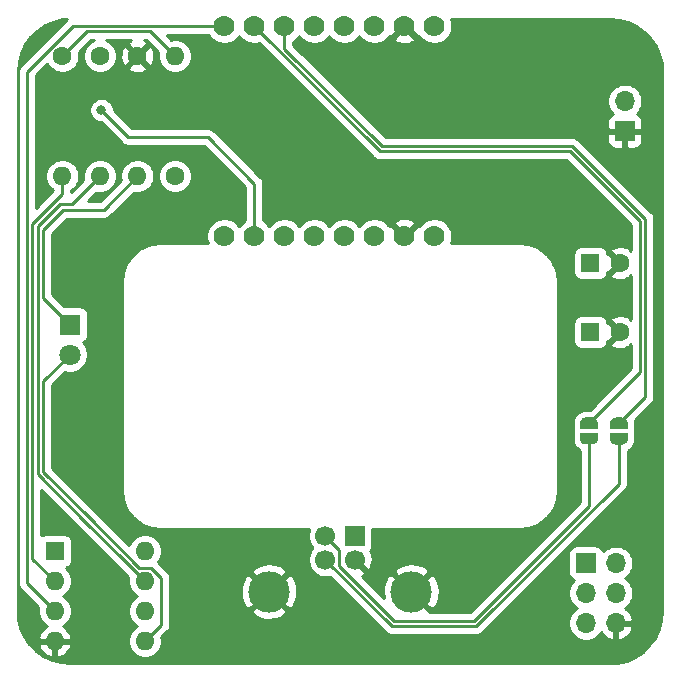
<source format=gbr>
G04 #@! TF.GenerationSoftware,KiCad,Pcbnew,5.1.6-c6e7f7d~86~ubuntu18.04.1*
G04 #@! TF.CreationDate,2020-06-12T21:41:03+02:00*
G04 #@! TF.ProjectId,printplaat,7072696e-7470-46c6-9161-742e6b696361,rev?*
G04 #@! TF.SameCoordinates,Original*
G04 #@! TF.FileFunction,Copper,L1,Top*
G04 #@! TF.FilePolarity,Positive*
%FSLAX46Y46*%
G04 Gerber Fmt 4.6, Leading zero omitted, Abs format (unit mm)*
G04 Created by KiCad (PCBNEW 5.1.6-c6e7f7d~86~ubuntu18.04.1) date 2020-06-12 21:41:03*
%MOMM*%
%LPD*%
G01*
G04 APERTURE LIST*
G04 #@! TA.AperFunction,ComponentPad*
%ADD10R,1.600000X1.600000*%
G04 #@! TD*
G04 #@! TA.AperFunction,ComponentPad*
%ADD11O,1.600000X1.600000*%
G04 #@! TD*
G04 #@! TA.AperFunction,ComponentPad*
%ADD12C,1.778000*%
G04 #@! TD*
G04 #@! TA.AperFunction,ComponentPad*
%ADD13R,1.700000X1.700000*%
G04 #@! TD*
G04 #@! TA.AperFunction,ComponentPad*
%ADD14O,1.700000X1.700000*%
G04 #@! TD*
G04 #@! TA.AperFunction,ComponentPad*
%ADD15C,1.600000*%
G04 #@! TD*
G04 #@! TA.AperFunction,ComponentPad*
%ADD16C,1.700000*%
G04 #@! TD*
G04 #@! TA.AperFunction,ComponentPad*
%ADD17C,3.500000*%
G04 #@! TD*
G04 #@! TA.AperFunction,SMDPad,CuDef*
%ADD18C,0.100000*%
G04 #@! TD*
G04 #@! TA.AperFunction,ComponentPad*
%ADD19R,1.800000X1.800000*%
G04 #@! TD*
G04 #@! TA.AperFunction,ComponentPad*
%ADD20C,1.800000*%
G04 #@! TD*
G04 #@! TA.AperFunction,ViaPad*
%ADD21C,0.800000*%
G04 #@! TD*
G04 #@! TA.AperFunction,Conductor*
%ADD22C,0.250000*%
G04 #@! TD*
G04 #@! TA.AperFunction,Conductor*
%ADD23C,0.254000*%
G04 #@! TD*
G04 APERTURE END LIST*
D10*
X99060000Y-160020000D03*
D11*
X106680000Y-167640000D03*
X99060000Y-162560000D03*
X106680000Y-165100000D03*
X99060000Y-165100000D03*
X106680000Y-162560000D03*
X99060000Y-167640000D03*
X106680000Y-160020000D03*
D12*
X113411000Y-133350000D03*
X115951000Y-133350000D03*
X118491000Y-133350000D03*
X121031000Y-133350000D03*
X123571000Y-133350000D03*
X126111000Y-133350000D03*
X128651000Y-133350000D03*
X131191000Y-133350000D03*
X131191000Y-115570000D03*
X128651000Y-115570000D03*
X126111000Y-115570000D03*
X123571000Y-115570000D03*
X121031000Y-115570000D03*
X118491000Y-115570000D03*
X115951000Y-115570000D03*
X113411000Y-115570000D03*
D13*
X144018000Y-161036000D03*
D14*
X146558000Y-161036000D03*
X144018000Y-163576000D03*
X146558000Y-163576000D03*
X144018000Y-166116000D03*
X146558000Y-166116000D03*
D11*
X99695000Y-128270000D03*
D15*
X99695000Y-118110000D03*
D13*
X147320000Y-124460000D03*
D14*
X147320000Y-121920000D03*
D13*
X124460000Y-158750000D03*
D16*
X121960000Y-158750000D03*
X121960000Y-160750000D03*
X124460000Y-160750000D03*
D17*
X129230000Y-163460000D03*
X117190000Y-163460000D03*
D11*
X102870000Y-128270000D03*
D15*
X102870000Y-118110000D03*
D10*
X144399000Y-141478000D03*
D15*
X146899000Y-141478000D03*
X109220000Y-128270000D03*
D11*
X109220000Y-118110000D03*
G04 #@! TA.AperFunction,SMDPad,CuDef*
D18*
G36*
X143522000Y-149695000D02*
G01*
X143522000Y-149195000D01*
X143522602Y-149195000D01*
X143522602Y-149170466D01*
X143527412Y-149121635D01*
X143536984Y-149073510D01*
X143551228Y-149026555D01*
X143570005Y-148981222D01*
X143593136Y-148937949D01*
X143620396Y-148897150D01*
X143651524Y-148859221D01*
X143686221Y-148824524D01*
X143724150Y-148793396D01*
X143764949Y-148766136D01*
X143808222Y-148743005D01*
X143853555Y-148724228D01*
X143900510Y-148709984D01*
X143948635Y-148700412D01*
X143997466Y-148695602D01*
X144022000Y-148695602D01*
X144022000Y-148695000D01*
X144522000Y-148695000D01*
X144522000Y-148695602D01*
X144546534Y-148695602D01*
X144595365Y-148700412D01*
X144643490Y-148709984D01*
X144690445Y-148724228D01*
X144735778Y-148743005D01*
X144779051Y-148766136D01*
X144819850Y-148793396D01*
X144857779Y-148824524D01*
X144892476Y-148859221D01*
X144923604Y-148897150D01*
X144950864Y-148937949D01*
X144973995Y-148981222D01*
X144992772Y-149026555D01*
X145007016Y-149073510D01*
X145016588Y-149121635D01*
X145021398Y-149170466D01*
X145021398Y-149195000D01*
X145022000Y-149195000D01*
X145022000Y-149695000D01*
X143522000Y-149695000D01*
G37*
G04 #@! TD.AperFunction*
G04 #@! TA.AperFunction,SMDPad,CuDef*
G36*
X145021398Y-150495000D02*
G01*
X145021398Y-150519534D01*
X145016588Y-150568365D01*
X145007016Y-150616490D01*
X144992772Y-150663445D01*
X144973995Y-150708778D01*
X144950864Y-150752051D01*
X144923604Y-150792850D01*
X144892476Y-150830779D01*
X144857779Y-150865476D01*
X144819850Y-150896604D01*
X144779051Y-150923864D01*
X144735778Y-150946995D01*
X144690445Y-150965772D01*
X144643490Y-150980016D01*
X144595365Y-150989588D01*
X144546534Y-150994398D01*
X144522000Y-150994398D01*
X144522000Y-150995000D01*
X144022000Y-150995000D01*
X144022000Y-150994398D01*
X143997466Y-150994398D01*
X143948635Y-150989588D01*
X143900510Y-150980016D01*
X143853555Y-150965772D01*
X143808222Y-150946995D01*
X143764949Y-150923864D01*
X143724150Y-150896604D01*
X143686221Y-150865476D01*
X143651524Y-150830779D01*
X143620396Y-150792850D01*
X143593136Y-150752051D01*
X143570005Y-150708778D01*
X143551228Y-150663445D01*
X143536984Y-150616490D01*
X143527412Y-150568365D01*
X143522602Y-150519534D01*
X143522602Y-150495000D01*
X143522000Y-150495000D01*
X143522000Y-149995000D01*
X145022000Y-149995000D01*
X145022000Y-150495000D01*
X145021398Y-150495000D01*
G37*
G04 #@! TD.AperFunction*
G04 #@! TA.AperFunction,SMDPad,CuDef*
G36*
X147561398Y-150510000D02*
G01*
X147561398Y-150534534D01*
X147556588Y-150583365D01*
X147547016Y-150631490D01*
X147532772Y-150678445D01*
X147513995Y-150723778D01*
X147490864Y-150767051D01*
X147463604Y-150807850D01*
X147432476Y-150845779D01*
X147397779Y-150880476D01*
X147359850Y-150911604D01*
X147319051Y-150938864D01*
X147275778Y-150961995D01*
X147230445Y-150980772D01*
X147183490Y-150995016D01*
X147135365Y-151004588D01*
X147086534Y-151009398D01*
X147062000Y-151009398D01*
X147062000Y-151010000D01*
X146562000Y-151010000D01*
X146562000Y-151009398D01*
X146537466Y-151009398D01*
X146488635Y-151004588D01*
X146440510Y-150995016D01*
X146393555Y-150980772D01*
X146348222Y-150961995D01*
X146304949Y-150938864D01*
X146264150Y-150911604D01*
X146226221Y-150880476D01*
X146191524Y-150845779D01*
X146160396Y-150807850D01*
X146133136Y-150767051D01*
X146110005Y-150723778D01*
X146091228Y-150678445D01*
X146076984Y-150631490D01*
X146067412Y-150583365D01*
X146062602Y-150534534D01*
X146062602Y-150510000D01*
X146062000Y-150510000D01*
X146062000Y-150010000D01*
X147562000Y-150010000D01*
X147562000Y-150510000D01*
X147561398Y-150510000D01*
G37*
G04 #@! TD.AperFunction*
G04 #@! TA.AperFunction,SMDPad,CuDef*
G36*
X146062000Y-149710000D02*
G01*
X146062000Y-149210000D01*
X146062602Y-149210000D01*
X146062602Y-149185466D01*
X146067412Y-149136635D01*
X146076984Y-149088510D01*
X146091228Y-149041555D01*
X146110005Y-148996222D01*
X146133136Y-148952949D01*
X146160396Y-148912150D01*
X146191524Y-148874221D01*
X146226221Y-148839524D01*
X146264150Y-148808396D01*
X146304949Y-148781136D01*
X146348222Y-148758005D01*
X146393555Y-148739228D01*
X146440510Y-148724984D01*
X146488635Y-148715412D01*
X146537466Y-148710602D01*
X146562000Y-148710602D01*
X146562000Y-148710000D01*
X147062000Y-148710000D01*
X147062000Y-148710602D01*
X147086534Y-148710602D01*
X147135365Y-148715412D01*
X147183490Y-148724984D01*
X147230445Y-148739228D01*
X147275778Y-148758005D01*
X147319051Y-148781136D01*
X147359850Y-148808396D01*
X147397779Y-148839524D01*
X147432476Y-148874221D01*
X147463604Y-148912150D01*
X147490864Y-148952949D01*
X147513995Y-148996222D01*
X147532772Y-149041555D01*
X147547016Y-149088510D01*
X147556588Y-149136635D01*
X147561398Y-149185466D01*
X147561398Y-149210000D01*
X147562000Y-149210000D01*
X147562000Y-149710000D01*
X146062000Y-149710000D01*
G37*
G04 #@! TD.AperFunction*
D10*
X144399000Y-135636000D03*
D15*
X146899000Y-135636000D03*
X106045000Y-118110000D03*
D11*
X106045000Y-128270000D03*
D19*
X100330000Y-140843000D03*
D20*
X100330000Y-143383000D03*
D21*
X102997000Y-122682000D03*
D22*
X99695000Y-118110000D02*
X101784990Y-116020010D01*
X107130010Y-116020010D02*
X106864990Y-116020010D01*
X109220000Y-118110000D02*
X107130010Y-116020010D01*
X101784990Y-116020010D02*
X106864990Y-116020010D01*
X115951000Y-133350000D02*
X115951000Y-128905000D01*
X115951000Y-128905000D02*
X112014000Y-124968000D01*
X102933500Y-122618500D02*
X102997000Y-122682000D01*
X105283000Y-124968000D02*
X112014000Y-124968000D01*
X102997000Y-122682000D02*
X105283000Y-124968000D01*
X96704991Y-162744991D02*
X99060000Y-165100000D01*
X96704991Y-119435007D02*
X96704991Y-162744991D01*
X100569998Y-115570000D02*
X96704991Y-119435007D01*
X113411000Y-115570000D02*
X100569998Y-115570000D01*
X123135001Y-159925001D02*
X121960000Y-158750000D01*
X123135001Y-161164003D02*
X123135001Y-161235001D01*
X123135001Y-161164003D02*
X123135001Y-161288591D01*
X127766400Y-165919990D02*
X123135001Y-161288591D01*
X123135001Y-161164003D02*
X123135001Y-159925001D01*
X144272000Y-156210000D02*
X134562010Y-165919990D01*
X144272000Y-150495000D02*
X144272000Y-156210000D01*
X134562010Y-165919990D02*
X127766400Y-165919990D01*
X121960000Y-160750000D02*
X127580000Y-166370000D01*
X134748410Y-166370000D02*
X134366000Y-166370000D01*
X146812000Y-154306410D02*
X134748410Y-166370000D01*
X146812000Y-150510000D02*
X146812000Y-154306410D01*
X127580000Y-166370000D02*
X134366000Y-166370000D01*
X148590000Y-132080000D02*
X142690010Y-126180010D01*
X142690010Y-126180010D02*
X129736010Y-126180010D01*
X148590000Y-144877000D02*
X144272000Y-149195000D01*
X148590000Y-132080000D02*
X148590000Y-144877000D01*
X97155001Y-132332589D02*
X97155000Y-160655000D01*
X99695000Y-128270000D02*
X99695000Y-129792590D01*
X99695000Y-129792590D02*
X97155001Y-132332589D01*
X97155000Y-160655000D02*
X99060000Y-162560000D01*
X126561009Y-126180009D02*
X130105990Y-126180009D01*
X115951000Y-115570000D02*
X126561009Y-126180009D01*
X126747410Y-125730000D02*
X118491000Y-117473590D01*
X142876410Y-125730000D02*
X126747410Y-125730000D01*
X149040010Y-131893600D02*
X142876410Y-125730000D01*
X118491000Y-117473590D02*
X118491000Y-115570000D01*
X146812000Y-149210000D02*
X149040010Y-146981990D01*
X149040010Y-146981990D02*
X149040010Y-131893600D01*
X104648000Y-160528000D02*
X104838500Y-160718500D01*
X104838500Y-160718500D02*
X106680000Y-162560000D01*
X100468020Y-130671980D02*
X102870000Y-128270000D01*
X104838500Y-160718500D02*
X101727000Y-157607000D01*
X101727000Y-157607000D02*
X101725589Y-157606999D01*
X101725589Y-157606999D02*
X97605010Y-153486420D01*
X99452020Y-130671980D02*
X100468020Y-130671980D01*
X97605010Y-153486420D02*
X97605010Y-132518990D01*
X97605010Y-132518990D02*
X99452020Y-130671980D01*
X98055020Y-145657980D02*
X98234500Y-145478500D01*
X108077000Y-162291998D02*
X107220001Y-161434999D01*
X106680000Y-167640000D02*
X108077000Y-166243000D01*
X108077000Y-166243000D02*
X108077000Y-162291998D01*
X107220001Y-161434999D02*
X106191409Y-161434999D01*
X106191409Y-161434999D02*
X101913400Y-157156990D01*
X98234500Y-145478500D02*
X100330000Y-143383000D01*
X101911990Y-157156990D02*
X98055020Y-153300020D01*
X101913400Y-157156990D02*
X101911990Y-157156990D01*
X98055020Y-153300020D02*
X98055020Y-145657980D01*
X106045000Y-128270000D02*
X103193010Y-131121990D01*
X99764010Y-131121990D02*
X98055020Y-132830980D01*
X103193010Y-131121990D02*
X99764010Y-131121990D01*
X98055020Y-138568020D02*
X100330000Y-140843000D01*
X98055020Y-132830980D02*
X98055020Y-138568020D01*
D23*
G36*
X146832249Y-115032437D02*
G01*
X147589774Y-115239672D01*
X148298625Y-115577777D01*
X148936404Y-116036067D01*
X149482946Y-116600055D01*
X149920977Y-117251913D01*
X150236651Y-117971038D01*
X150421206Y-118739768D01*
X150470000Y-119404207D01*
X150470001Y-165070597D01*
X150397563Y-165882249D01*
X150190328Y-166639774D01*
X149852221Y-167348627D01*
X149393928Y-167986410D01*
X148829945Y-168532946D01*
X148178085Y-168970978D01*
X147458963Y-169286651D01*
X146690232Y-169471206D01*
X146025792Y-169520000D01*
X100359392Y-169520000D01*
X99547751Y-169447563D01*
X98790226Y-169240328D01*
X98081373Y-168902221D01*
X97443590Y-168443928D01*
X97002774Y-167989039D01*
X97668096Y-167989039D01*
X97708754Y-168123087D01*
X97828963Y-168377420D01*
X97996481Y-168603414D01*
X98204869Y-168792385D01*
X98446119Y-168937070D01*
X98710960Y-169031909D01*
X98933000Y-168910624D01*
X98933000Y-167767000D01*
X99187000Y-167767000D01*
X99187000Y-168910624D01*
X99409040Y-169031909D01*
X99673881Y-168937070D01*
X99915131Y-168792385D01*
X100123519Y-168603414D01*
X100291037Y-168377420D01*
X100411246Y-168123087D01*
X100451904Y-167989039D01*
X100329915Y-167767000D01*
X99187000Y-167767000D01*
X98933000Y-167767000D01*
X97790085Y-167767000D01*
X97668096Y-167989039D01*
X97002774Y-167989039D01*
X96897054Y-167879945D01*
X96459022Y-167228085D01*
X96143349Y-166508963D01*
X95958794Y-165740232D01*
X95910000Y-165075792D01*
X95910000Y-119409392D01*
X95982437Y-118597751D01*
X96189672Y-117840226D01*
X96527777Y-117131375D01*
X96986067Y-116493596D01*
X97550055Y-115947054D01*
X98201913Y-115509023D01*
X98921038Y-115193349D01*
X99689768Y-115008794D01*
X100091811Y-114979269D01*
X100029997Y-115029999D01*
X100006199Y-115058997D01*
X96193994Y-118871203D01*
X96164990Y-118895006D01*
X96140705Y-118924598D01*
X96070017Y-119010731D01*
X96030454Y-119084748D01*
X95999445Y-119142761D01*
X95955988Y-119286022D01*
X95944991Y-119397675D01*
X95944991Y-119397685D01*
X95941315Y-119435007D01*
X95944991Y-119472329D01*
X95944992Y-162707658D01*
X95941315Y-162744991D01*
X95944992Y-162782324D01*
X95953883Y-162872589D01*
X95955989Y-162893976D01*
X95999445Y-163037237D01*
X96070017Y-163169267D01*
X96127843Y-163239727D01*
X96164991Y-163284992D01*
X96193989Y-163308790D01*
X97661312Y-164776114D01*
X97625000Y-164958665D01*
X97625000Y-165241335D01*
X97680147Y-165518574D01*
X97788320Y-165779727D01*
X97945363Y-166014759D01*
X98145241Y-166214637D01*
X98380273Y-166371680D01*
X98390865Y-166376067D01*
X98204869Y-166487615D01*
X97996481Y-166676586D01*
X97828963Y-166902580D01*
X97708754Y-167156913D01*
X97668096Y-167290961D01*
X97790085Y-167513000D01*
X98933000Y-167513000D01*
X98933000Y-167493000D01*
X99187000Y-167493000D01*
X99187000Y-167513000D01*
X100329915Y-167513000D01*
X100451904Y-167290961D01*
X100411246Y-167156913D01*
X100291037Y-166902580D01*
X100123519Y-166676586D01*
X99915131Y-166487615D01*
X99729135Y-166376067D01*
X99739727Y-166371680D01*
X99974759Y-166214637D01*
X100174637Y-166014759D01*
X100331680Y-165779727D01*
X100439853Y-165518574D01*
X100495000Y-165241335D01*
X100495000Y-164958665D01*
X100439853Y-164681426D01*
X100331680Y-164420273D01*
X100174637Y-164185241D01*
X99974759Y-163985363D01*
X99742241Y-163830000D01*
X99974759Y-163674637D01*
X100174637Y-163474759D01*
X100331680Y-163239727D01*
X100439853Y-162978574D01*
X100495000Y-162701335D01*
X100495000Y-162418665D01*
X100439853Y-162141426D01*
X100331680Y-161880273D01*
X100174637Y-161645241D01*
X99976039Y-161446643D01*
X99984482Y-161445812D01*
X100104180Y-161409502D01*
X100214494Y-161350537D01*
X100311185Y-161271185D01*
X100390537Y-161174494D01*
X100449502Y-161064180D01*
X100485812Y-160944482D01*
X100498072Y-160820000D01*
X100498072Y-159220000D01*
X100485812Y-159095518D01*
X100449502Y-158975820D01*
X100390537Y-158865506D01*
X100311185Y-158768815D01*
X100214494Y-158689463D01*
X100104180Y-158630498D01*
X99984482Y-158594188D01*
X99860000Y-158581928D01*
X98260000Y-158581928D01*
X98135518Y-158594188D01*
X98015820Y-158630498D01*
X97914999Y-158684389D01*
X97914999Y-154871211D01*
X101161603Y-158117815D01*
X101185206Y-158146617D01*
X101214391Y-158170603D01*
X101214586Y-158170798D01*
X101222454Y-158177255D01*
X104327496Y-161282299D01*
X104327507Y-161282308D01*
X105281312Y-162236114D01*
X105245000Y-162418665D01*
X105245000Y-162701335D01*
X105300147Y-162978574D01*
X105408320Y-163239727D01*
X105565363Y-163474759D01*
X105765241Y-163674637D01*
X105997759Y-163830000D01*
X105765241Y-163985363D01*
X105565363Y-164185241D01*
X105408320Y-164420273D01*
X105300147Y-164681426D01*
X105245000Y-164958665D01*
X105245000Y-165241335D01*
X105300147Y-165518574D01*
X105408320Y-165779727D01*
X105565363Y-166014759D01*
X105765241Y-166214637D01*
X105997759Y-166370000D01*
X105765241Y-166525363D01*
X105565363Y-166725241D01*
X105408320Y-166960273D01*
X105300147Y-167221426D01*
X105245000Y-167498665D01*
X105245000Y-167781335D01*
X105300147Y-168058574D01*
X105408320Y-168319727D01*
X105565363Y-168554759D01*
X105765241Y-168754637D01*
X106000273Y-168911680D01*
X106261426Y-169019853D01*
X106538665Y-169075000D01*
X106821335Y-169075000D01*
X107098574Y-169019853D01*
X107359727Y-168911680D01*
X107594759Y-168754637D01*
X107794637Y-168554759D01*
X107951680Y-168319727D01*
X108059853Y-168058574D01*
X108115000Y-167781335D01*
X108115000Y-167498665D01*
X108078688Y-167316114D01*
X108588004Y-166806798D01*
X108617001Y-166783001D01*
X108711974Y-166667276D01*
X108782546Y-166535247D01*
X108826003Y-166391986D01*
X108837000Y-166280333D01*
X108837000Y-166280324D01*
X108840676Y-166243001D01*
X108837000Y-166205678D01*
X108837000Y-165129609D01*
X115699997Y-165129609D01*
X115886073Y-165470766D01*
X116303409Y-165686513D01*
X116754815Y-165816696D01*
X117222946Y-165856313D01*
X117689811Y-165803842D01*
X118137468Y-165661297D01*
X118493927Y-165470766D01*
X118680003Y-165129609D01*
X117190000Y-163639605D01*
X115699997Y-165129609D01*
X108837000Y-165129609D01*
X108837000Y-163492946D01*
X114793687Y-163492946D01*
X114846158Y-163959811D01*
X114988703Y-164407468D01*
X115179234Y-164763927D01*
X115520391Y-164950003D01*
X117010395Y-163460000D01*
X117369605Y-163460000D01*
X118859609Y-164950003D01*
X119200766Y-164763927D01*
X119416513Y-164346591D01*
X119546696Y-163895185D01*
X119586313Y-163427054D01*
X119533842Y-162960189D01*
X119391297Y-162512532D01*
X119200766Y-162156073D01*
X118859609Y-161969997D01*
X117369605Y-163460000D01*
X117010395Y-163460000D01*
X115520391Y-161969997D01*
X115179234Y-162156073D01*
X114963487Y-162573409D01*
X114833304Y-163024815D01*
X114793687Y-163492946D01*
X108837000Y-163492946D01*
X108837000Y-162329331D01*
X108840677Y-162291998D01*
X108826003Y-162143012D01*
X108782546Y-161999751D01*
X108711974Y-161867722D01*
X108648511Y-161790391D01*
X115699997Y-161790391D01*
X117190000Y-163280395D01*
X118680003Y-161790391D01*
X118493927Y-161449234D01*
X118076591Y-161233487D01*
X117625185Y-161103304D01*
X117157054Y-161063687D01*
X116690189Y-161116158D01*
X116242532Y-161258703D01*
X115886073Y-161449234D01*
X115699997Y-161790391D01*
X108648511Y-161790391D01*
X108640799Y-161780995D01*
X108617001Y-161751997D01*
X108588003Y-161728199D01*
X107794600Y-160934796D01*
X107794637Y-160934759D01*
X107951680Y-160699727D01*
X108059853Y-160438574D01*
X108115000Y-160161335D01*
X108115000Y-159878665D01*
X108059853Y-159601426D01*
X107951680Y-159340273D01*
X107794637Y-159105241D01*
X107594759Y-158905363D01*
X107359727Y-158748320D01*
X107098574Y-158640147D01*
X106821335Y-158585000D01*
X106538665Y-158585000D01*
X106261426Y-158640147D01*
X106000273Y-158748320D01*
X105765241Y-158905363D01*
X105565363Y-159105241D01*
X105408320Y-159340273D01*
X105338953Y-159507741D01*
X102477204Y-156645993D01*
X102453401Y-156616989D01*
X102416540Y-156586738D01*
X98815020Y-152985219D01*
X98815020Y-145972781D01*
X99921070Y-144866731D01*
X100178816Y-144918000D01*
X100481184Y-144918000D01*
X100777743Y-144859011D01*
X101057095Y-144743299D01*
X101308505Y-144575312D01*
X101522312Y-144361505D01*
X101690299Y-144110095D01*
X101806011Y-143830743D01*
X101865000Y-143534184D01*
X101865000Y-143231816D01*
X101806011Y-142935257D01*
X101690299Y-142655905D01*
X101522312Y-142404495D01*
X101455873Y-142338056D01*
X101474180Y-142332502D01*
X101584494Y-142273537D01*
X101681185Y-142194185D01*
X101760537Y-142097494D01*
X101819502Y-141987180D01*
X101855812Y-141867482D01*
X101868072Y-141743000D01*
X101868072Y-139943000D01*
X101855812Y-139818518D01*
X101819502Y-139698820D01*
X101760537Y-139588506D01*
X101681185Y-139491815D01*
X101584494Y-139412463D01*
X101474180Y-139353498D01*
X101354482Y-139317188D01*
X101230000Y-139304928D01*
X99866730Y-139304928D01*
X98815020Y-138253219D01*
X98815020Y-133145781D01*
X100078812Y-131881990D01*
X103155688Y-131881990D01*
X103193010Y-131885666D01*
X103230332Y-131881990D01*
X103230343Y-131881990D01*
X103341996Y-131870993D01*
X103485257Y-131827536D01*
X103617286Y-131756964D01*
X103733011Y-131661991D01*
X103756814Y-131632987D01*
X105721114Y-129668688D01*
X105903665Y-129705000D01*
X106186335Y-129705000D01*
X106463574Y-129649853D01*
X106724727Y-129541680D01*
X106959759Y-129384637D01*
X107159637Y-129184759D01*
X107316680Y-128949727D01*
X107424853Y-128688574D01*
X107480000Y-128411335D01*
X107480000Y-128128665D01*
X107785000Y-128128665D01*
X107785000Y-128411335D01*
X107840147Y-128688574D01*
X107948320Y-128949727D01*
X108105363Y-129184759D01*
X108305241Y-129384637D01*
X108540273Y-129541680D01*
X108801426Y-129649853D01*
X109078665Y-129705000D01*
X109361335Y-129705000D01*
X109638574Y-129649853D01*
X109899727Y-129541680D01*
X110134759Y-129384637D01*
X110334637Y-129184759D01*
X110491680Y-128949727D01*
X110599853Y-128688574D01*
X110655000Y-128411335D01*
X110655000Y-128128665D01*
X110599853Y-127851426D01*
X110491680Y-127590273D01*
X110334637Y-127355241D01*
X110134759Y-127155363D01*
X109899727Y-126998320D01*
X109638574Y-126890147D01*
X109361335Y-126835000D01*
X109078665Y-126835000D01*
X108801426Y-126890147D01*
X108540273Y-126998320D01*
X108305241Y-127155363D01*
X108105363Y-127355241D01*
X107948320Y-127590273D01*
X107840147Y-127851426D01*
X107785000Y-128128665D01*
X107480000Y-128128665D01*
X107424853Y-127851426D01*
X107316680Y-127590273D01*
X107159637Y-127355241D01*
X106959759Y-127155363D01*
X106724727Y-126998320D01*
X106463574Y-126890147D01*
X106186335Y-126835000D01*
X105903665Y-126835000D01*
X105626426Y-126890147D01*
X105365273Y-126998320D01*
X105130241Y-127155363D01*
X104930363Y-127355241D01*
X104773320Y-127590273D01*
X104665147Y-127851426D01*
X104610000Y-128128665D01*
X104610000Y-128411335D01*
X104646312Y-128593886D01*
X102878209Y-130361990D01*
X101852811Y-130361990D01*
X102546114Y-129668688D01*
X102728665Y-129705000D01*
X103011335Y-129705000D01*
X103288574Y-129649853D01*
X103549727Y-129541680D01*
X103784759Y-129384637D01*
X103984637Y-129184759D01*
X104141680Y-128949727D01*
X104249853Y-128688574D01*
X104305000Y-128411335D01*
X104305000Y-128128665D01*
X104249853Y-127851426D01*
X104141680Y-127590273D01*
X103984637Y-127355241D01*
X103784759Y-127155363D01*
X103549727Y-126998320D01*
X103288574Y-126890147D01*
X103011335Y-126835000D01*
X102728665Y-126835000D01*
X102451426Y-126890147D01*
X102190273Y-126998320D01*
X101955241Y-127155363D01*
X101755363Y-127355241D01*
X101598320Y-127590273D01*
X101490147Y-127851426D01*
X101435000Y-128128665D01*
X101435000Y-128411335D01*
X101471312Y-128593886D01*
X100455000Y-129610199D01*
X100455000Y-129488043D01*
X100609759Y-129384637D01*
X100809637Y-129184759D01*
X100966680Y-128949727D01*
X101074853Y-128688574D01*
X101130000Y-128411335D01*
X101130000Y-128128665D01*
X101074853Y-127851426D01*
X100966680Y-127590273D01*
X100809637Y-127355241D01*
X100609759Y-127155363D01*
X100374727Y-126998320D01*
X100113574Y-126890147D01*
X99836335Y-126835000D01*
X99553665Y-126835000D01*
X99276426Y-126890147D01*
X99015273Y-126998320D01*
X98780241Y-127155363D01*
X98580363Y-127355241D01*
X98423320Y-127590273D01*
X98315147Y-127851426D01*
X98260000Y-128128665D01*
X98260000Y-128411335D01*
X98315147Y-128688574D01*
X98423320Y-128949727D01*
X98580363Y-129184759D01*
X98780241Y-129384637D01*
X98928852Y-129483936D01*
X97464991Y-130947798D01*
X97464991Y-119749808D01*
X98424022Y-118790777D01*
X98580363Y-119024759D01*
X98780241Y-119224637D01*
X99015273Y-119381680D01*
X99276426Y-119489853D01*
X99553665Y-119545000D01*
X99836335Y-119545000D01*
X100113574Y-119489853D01*
X100374727Y-119381680D01*
X100609759Y-119224637D01*
X100809637Y-119024759D01*
X100966680Y-118789727D01*
X101074853Y-118528574D01*
X101130000Y-118251335D01*
X101130000Y-117968665D01*
X101093688Y-117786114D01*
X102099792Y-116780010D01*
X102331046Y-116780010D01*
X102190273Y-116838320D01*
X101955241Y-116995363D01*
X101755363Y-117195241D01*
X101598320Y-117430273D01*
X101490147Y-117691426D01*
X101435000Y-117968665D01*
X101435000Y-118251335D01*
X101490147Y-118528574D01*
X101598320Y-118789727D01*
X101755363Y-119024759D01*
X101955241Y-119224637D01*
X102190273Y-119381680D01*
X102451426Y-119489853D01*
X102728665Y-119545000D01*
X103011335Y-119545000D01*
X103288574Y-119489853D01*
X103549727Y-119381680D01*
X103784759Y-119224637D01*
X103906694Y-119102702D01*
X105231903Y-119102702D01*
X105303486Y-119346671D01*
X105558996Y-119467571D01*
X105833184Y-119536300D01*
X106115512Y-119550217D01*
X106395130Y-119508787D01*
X106661292Y-119413603D01*
X106786514Y-119346671D01*
X106858097Y-119102702D01*
X106045000Y-118289605D01*
X105231903Y-119102702D01*
X103906694Y-119102702D01*
X103984637Y-119024759D01*
X104141680Y-118789727D01*
X104249853Y-118528574D01*
X104305000Y-118251335D01*
X104305000Y-118180512D01*
X104604783Y-118180512D01*
X104646213Y-118460130D01*
X104741397Y-118726292D01*
X104808329Y-118851514D01*
X105052298Y-118923097D01*
X105865395Y-118110000D01*
X106224605Y-118110000D01*
X107037702Y-118923097D01*
X107281671Y-118851514D01*
X107402571Y-118596004D01*
X107471300Y-118321816D01*
X107485217Y-118039488D01*
X107443787Y-117759870D01*
X107348603Y-117493708D01*
X107281671Y-117368486D01*
X107037702Y-117296903D01*
X106224605Y-118110000D01*
X105865395Y-118110000D01*
X105052298Y-117296903D01*
X104808329Y-117368486D01*
X104687429Y-117623996D01*
X104618700Y-117898184D01*
X104604783Y-118180512D01*
X104305000Y-118180512D01*
X104305000Y-117968665D01*
X104249853Y-117691426D01*
X104141680Y-117430273D01*
X103984637Y-117195241D01*
X103784759Y-116995363D01*
X103549727Y-116838320D01*
X103408954Y-116780010D01*
X105502494Y-116780010D01*
X105428708Y-116806397D01*
X105303486Y-116873329D01*
X105231903Y-117117298D01*
X106045000Y-117930395D01*
X106858097Y-117117298D01*
X106786514Y-116873329D01*
X106589294Y-116780010D01*
X106815209Y-116780010D01*
X107821312Y-117786114D01*
X107785000Y-117968665D01*
X107785000Y-118251335D01*
X107840147Y-118528574D01*
X107948320Y-118789727D01*
X108105363Y-119024759D01*
X108305241Y-119224637D01*
X108540273Y-119381680D01*
X108801426Y-119489853D01*
X109078665Y-119545000D01*
X109361335Y-119545000D01*
X109638574Y-119489853D01*
X109899727Y-119381680D01*
X110134759Y-119224637D01*
X110334637Y-119024759D01*
X110491680Y-118789727D01*
X110599853Y-118528574D01*
X110655000Y-118251335D01*
X110655000Y-117968665D01*
X110599853Y-117691426D01*
X110491680Y-117430273D01*
X110334637Y-117195241D01*
X110134759Y-116995363D01*
X109899727Y-116838320D01*
X109638574Y-116730147D01*
X109361335Y-116675000D01*
X109078665Y-116675000D01*
X108896114Y-116711312D01*
X108514801Y-116330000D01*
X112085917Y-116330000D01*
X112227232Y-116541493D01*
X112439507Y-116753768D01*
X112689115Y-116920551D01*
X112966466Y-117035434D01*
X113260899Y-117094000D01*
X113561101Y-117094000D01*
X113855534Y-117035434D01*
X114132885Y-116920551D01*
X114382493Y-116753768D01*
X114594768Y-116541493D01*
X114681000Y-116412438D01*
X114767232Y-116541493D01*
X114979507Y-116753768D01*
X115229115Y-116920551D01*
X115506466Y-117035434D01*
X115800899Y-117094000D01*
X116101101Y-117094000D01*
X116350576Y-117044377D01*
X125997210Y-126691012D01*
X126021008Y-126720010D01*
X126050006Y-126743808D01*
X126136733Y-126814983D01*
X126268762Y-126885555D01*
X126412023Y-126929012D01*
X126561009Y-126943686D01*
X126598342Y-126940009D01*
X129698667Y-126940009D01*
X129698677Y-126940010D01*
X142375209Y-126940010D01*
X147830000Y-132394802D01*
X147830000Y-134528653D01*
X147828370Y-134527023D01*
X147712097Y-134643296D01*
X147640514Y-134399329D01*
X147385004Y-134278429D01*
X147110816Y-134209700D01*
X146828488Y-134195783D01*
X146548870Y-134237213D01*
X146282708Y-134332397D01*
X146157486Y-134399329D01*
X146085903Y-134643298D01*
X146899000Y-135456395D01*
X146913143Y-135442253D01*
X147092748Y-135621858D01*
X147078605Y-135636000D01*
X147092748Y-135650143D01*
X146913143Y-135829748D01*
X146899000Y-135815605D01*
X146085903Y-136628702D01*
X146157486Y-136872671D01*
X146412996Y-136993571D01*
X146687184Y-137062300D01*
X146969512Y-137076217D01*
X147249130Y-137034787D01*
X147515292Y-136939603D01*
X147640514Y-136872671D01*
X147712097Y-136628704D01*
X147828370Y-136744977D01*
X147830000Y-136743347D01*
X147830001Y-140370654D01*
X147828370Y-140369023D01*
X147712097Y-140485296D01*
X147640514Y-140241329D01*
X147385004Y-140120429D01*
X147110816Y-140051700D01*
X146828488Y-140037783D01*
X146548870Y-140079213D01*
X146282708Y-140174397D01*
X146157486Y-140241329D01*
X146085903Y-140485298D01*
X146899000Y-141298395D01*
X146913143Y-141284253D01*
X147092748Y-141463858D01*
X147078605Y-141478000D01*
X147092748Y-141492143D01*
X146913143Y-141671748D01*
X146899000Y-141657605D01*
X146085903Y-142470702D01*
X146157486Y-142714671D01*
X146412996Y-142835571D01*
X146687184Y-142904300D01*
X146969512Y-142918217D01*
X147249130Y-142876787D01*
X147515292Y-142781603D01*
X147640514Y-142714671D01*
X147712097Y-142470704D01*
X147828370Y-142586977D01*
X147830001Y-142585346D01*
X147830001Y-144562197D01*
X144335271Y-148056928D01*
X144022000Y-148056928D01*
X143997550Y-148059336D01*
X143972991Y-148059336D01*
X143848510Y-148071596D01*
X143752377Y-148090718D01*
X143632681Y-148127027D01*
X143542125Y-148164536D01*
X143431808Y-148223502D01*
X143350309Y-148277958D01*
X143253618Y-148357310D01*
X143184310Y-148426618D01*
X143104958Y-148523309D01*
X143050502Y-148604808D01*
X142991536Y-148715125D01*
X142954027Y-148805681D01*
X142917718Y-148925377D01*
X142898596Y-149021510D01*
X142886336Y-149145991D01*
X142886336Y-149170550D01*
X142883928Y-149195000D01*
X142883928Y-149695000D01*
X142896188Y-149819482D01*
X142903929Y-149845000D01*
X142896188Y-149870518D01*
X142883928Y-149995000D01*
X142883928Y-150495000D01*
X142886336Y-150519450D01*
X142886336Y-150544009D01*
X142898596Y-150668490D01*
X142917718Y-150764623D01*
X142954027Y-150884319D01*
X142991536Y-150974875D01*
X143050502Y-151085192D01*
X143104958Y-151166691D01*
X143184310Y-151263382D01*
X143253618Y-151332690D01*
X143350309Y-151412042D01*
X143431808Y-151466498D01*
X143512000Y-151509362D01*
X143512001Y-155895197D01*
X134247209Y-165159990D01*
X130703432Y-165159990D01*
X130720003Y-165129609D01*
X129230000Y-163639605D01*
X129215858Y-163653748D01*
X129036252Y-163474142D01*
X129050395Y-163460000D01*
X129409605Y-163460000D01*
X130899609Y-164950003D01*
X131240766Y-164763927D01*
X131456513Y-164346591D01*
X131586696Y-163895185D01*
X131626313Y-163427054D01*
X131573842Y-162960189D01*
X131431297Y-162512532D01*
X131240766Y-162156073D01*
X130899609Y-161969997D01*
X129409605Y-163460000D01*
X129050395Y-163460000D01*
X127560391Y-161969997D01*
X127219234Y-162156073D01*
X127003487Y-162573409D01*
X126873304Y-163024815D01*
X126833687Y-163492946D01*
X126886158Y-163959811D01*
X126888557Y-163967345D01*
X125040865Y-162119653D01*
X125093747Y-162100919D01*
X125231157Y-162027472D01*
X125305053Y-161790391D01*
X127739997Y-161790391D01*
X129230000Y-163280395D01*
X130720003Y-161790391D01*
X130533927Y-161449234D01*
X130116591Y-161233487D01*
X129665185Y-161103304D01*
X129197054Y-161063687D01*
X128730189Y-161116158D01*
X128282532Y-161258703D01*
X127926073Y-161449234D01*
X127739997Y-161790391D01*
X125305053Y-161790391D01*
X125308792Y-161778397D01*
X124460000Y-160929605D01*
X124445858Y-160943748D01*
X124266253Y-160764143D01*
X124280395Y-160750000D01*
X124266253Y-160735858D01*
X124445858Y-160556253D01*
X124460000Y-160570395D01*
X124474143Y-160556253D01*
X124653748Y-160735858D01*
X124639605Y-160750000D01*
X125488397Y-161598792D01*
X125737472Y-161521157D01*
X125863371Y-161257117D01*
X125935339Y-160973589D01*
X125950611Y-160681469D01*
X125908599Y-160391981D01*
X125810919Y-160116253D01*
X125770241Y-160040150D01*
X125840537Y-159954494D01*
X125899502Y-159844180D01*
X125935812Y-159724482D01*
X125948072Y-159600000D01*
X125948072Y-158140000D01*
X138462419Y-158140000D01*
X138491746Y-158137112D01*
X138507550Y-158137222D01*
X138516721Y-158136322D01*
X139009727Y-158084505D01*
X139068320Y-158072478D01*
X139127084Y-158061268D01*
X139135906Y-158058605D01*
X139609458Y-157912016D01*
X139664584Y-157888842D01*
X139720066Y-157866427D01*
X139728202Y-157862100D01*
X140164262Y-157626323D01*
X140213829Y-157592890D01*
X140263908Y-157560119D01*
X140271049Y-157554294D01*
X140653009Y-157238310D01*
X140695131Y-157195893D01*
X140737900Y-157154011D01*
X140743773Y-157146910D01*
X141057084Y-156762754D01*
X141090188Y-156712927D01*
X141123983Y-156663572D01*
X141128364Y-156655469D01*
X141128368Y-156655461D01*
X141361092Y-156217770D01*
X141383888Y-156162464D01*
X141407453Y-156107483D01*
X141410178Y-156098680D01*
X141553457Y-155624115D01*
X141565074Y-155565442D01*
X141577513Y-155506925D01*
X141578476Y-155497760D01*
X141626850Y-155004405D01*
X141626850Y-155004402D01*
X141630000Y-154972419D01*
X141630000Y-140678000D01*
X142960928Y-140678000D01*
X142960928Y-142278000D01*
X142973188Y-142402482D01*
X143009498Y-142522180D01*
X143068463Y-142632494D01*
X143147815Y-142729185D01*
X143244506Y-142808537D01*
X143354820Y-142867502D01*
X143474518Y-142903812D01*
X143599000Y-142916072D01*
X145199000Y-142916072D01*
X145323482Y-142903812D01*
X145443180Y-142867502D01*
X145553494Y-142808537D01*
X145650185Y-142729185D01*
X145729537Y-142632494D01*
X145788502Y-142522180D01*
X145824812Y-142402482D01*
X145837072Y-142278000D01*
X145837072Y-142270785D01*
X145906298Y-142291097D01*
X146719395Y-141478000D01*
X145906298Y-140664903D01*
X145837072Y-140685215D01*
X145837072Y-140678000D01*
X145824812Y-140553518D01*
X145788502Y-140433820D01*
X145729537Y-140323506D01*
X145650185Y-140226815D01*
X145553494Y-140147463D01*
X145443180Y-140088498D01*
X145323482Y-140052188D01*
X145199000Y-140039928D01*
X143599000Y-140039928D01*
X143474518Y-140052188D01*
X143354820Y-140088498D01*
X143244506Y-140147463D01*
X143147815Y-140226815D01*
X143068463Y-140323506D01*
X143009498Y-140433820D01*
X142973188Y-140553518D01*
X142960928Y-140678000D01*
X141630000Y-140678000D01*
X141630000Y-137127581D01*
X141627112Y-137098254D01*
X141627222Y-137082451D01*
X141626322Y-137073280D01*
X141574505Y-136580273D01*
X141562490Y-136521742D01*
X141551269Y-136462917D01*
X141548605Y-136454095D01*
X141402016Y-135980542D01*
X141378847Y-135925427D01*
X141356427Y-135869934D01*
X141352100Y-135861798D01*
X141116323Y-135425738D01*
X141082890Y-135376171D01*
X141050119Y-135326092D01*
X141044294Y-135318951D01*
X140728310Y-134936991D01*
X140685874Y-134894850D01*
X140644011Y-134852101D01*
X140636911Y-134846227D01*
X140624372Y-134836000D01*
X142960928Y-134836000D01*
X142960928Y-136436000D01*
X142973188Y-136560482D01*
X143009498Y-136680180D01*
X143068463Y-136790494D01*
X143147815Y-136887185D01*
X143244506Y-136966537D01*
X143354820Y-137025502D01*
X143474518Y-137061812D01*
X143599000Y-137074072D01*
X145199000Y-137074072D01*
X145323482Y-137061812D01*
X145443180Y-137025502D01*
X145553494Y-136966537D01*
X145650185Y-136887185D01*
X145729537Y-136790494D01*
X145788502Y-136680180D01*
X145824812Y-136560482D01*
X145837072Y-136436000D01*
X145837072Y-136428785D01*
X145906298Y-136449097D01*
X146719395Y-135636000D01*
X145906298Y-134822903D01*
X145837072Y-134843215D01*
X145837072Y-134836000D01*
X145824812Y-134711518D01*
X145788502Y-134591820D01*
X145729537Y-134481506D01*
X145650185Y-134384815D01*
X145553494Y-134305463D01*
X145443180Y-134246498D01*
X145323482Y-134210188D01*
X145199000Y-134197928D01*
X143599000Y-134197928D01*
X143474518Y-134210188D01*
X143354820Y-134246498D01*
X143244506Y-134305463D01*
X143147815Y-134384815D01*
X143068463Y-134481506D01*
X143009498Y-134591820D01*
X142973188Y-134711518D01*
X142960928Y-134836000D01*
X140624372Y-134836000D01*
X140252754Y-134532917D01*
X140202946Y-134499824D01*
X140153572Y-134466017D01*
X140145466Y-134461634D01*
X139707770Y-134228908D01*
X139652488Y-134206122D01*
X139597483Y-134182547D01*
X139588680Y-134179822D01*
X139114116Y-134036543D01*
X139055428Y-134024923D01*
X138996925Y-134012487D01*
X138987760Y-134011524D01*
X138494405Y-133963150D01*
X138494402Y-133963150D01*
X138462419Y-133960000D01*
X132587895Y-133960000D01*
X132656434Y-133794534D01*
X132715000Y-133500101D01*
X132715000Y-133199899D01*
X132656434Y-132905466D01*
X132541551Y-132628115D01*
X132374768Y-132378507D01*
X132162493Y-132166232D01*
X131912885Y-131999449D01*
X131635534Y-131884566D01*
X131341101Y-131826000D01*
X131040899Y-131826000D01*
X130746466Y-131884566D01*
X130469115Y-131999449D01*
X130219507Y-132166232D01*
X130007232Y-132378507D01*
X129901583Y-132536622D01*
X129707231Y-132473374D01*
X128830605Y-133350000D01*
X128844748Y-133364143D01*
X128665143Y-133543748D01*
X128651000Y-133529605D01*
X128636858Y-133543748D01*
X128457253Y-133364143D01*
X128471395Y-133350000D01*
X127594769Y-132473374D01*
X127400417Y-132536622D01*
X127294768Y-132378507D01*
X127210030Y-132293769D01*
X127774374Y-132293769D01*
X128651000Y-133170395D01*
X129527626Y-132293769D01*
X129445273Y-132040711D01*
X129174582Y-131910914D01*
X128883770Y-131836420D01*
X128584012Y-131820092D01*
X128286829Y-131862557D01*
X128003641Y-131962184D01*
X127856727Y-132040711D01*
X127774374Y-132293769D01*
X127210030Y-132293769D01*
X127082493Y-132166232D01*
X126832885Y-131999449D01*
X126555534Y-131884566D01*
X126261101Y-131826000D01*
X125960899Y-131826000D01*
X125666466Y-131884566D01*
X125389115Y-131999449D01*
X125139507Y-132166232D01*
X124927232Y-132378507D01*
X124841000Y-132507562D01*
X124754768Y-132378507D01*
X124542493Y-132166232D01*
X124292885Y-131999449D01*
X124015534Y-131884566D01*
X123721101Y-131826000D01*
X123420899Y-131826000D01*
X123126466Y-131884566D01*
X122849115Y-131999449D01*
X122599507Y-132166232D01*
X122387232Y-132378507D01*
X122301000Y-132507562D01*
X122214768Y-132378507D01*
X122002493Y-132166232D01*
X121752885Y-131999449D01*
X121475534Y-131884566D01*
X121181101Y-131826000D01*
X120880899Y-131826000D01*
X120586466Y-131884566D01*
X120309115Y-131999449D01*
X120059507Y-132166232D01*
X119847232Y-132378507D01*
X119761000Y-132507562D01*
X119674768Y-132378507D01*
X119462493Y-132166232D01*
X119212885Y-131999449D01*
X118935534Y-131884566D01*
X118641101Y-131826000D01*
X118340899Y-131826000D01*
X118046466Y-131884566D01*
X117769115Y-131999449D01*
X117519507Y-132166232D01*
X117307232Y-132378507D01*
X117221000Y-132507562D01*
X117134768Y-132378507D01*
X116922493Y-132166232D01*
X116711000Y-132024917D01*
X116711000Y-128942325D01*
X116714676Y-128905000D01*
X116711000Y-128867675D01*
X116711000Y-128867667D01*
X116700003Y-128756014D01*
X116656546Y-128612753D01*
X116585974Y-128480724D01*
X116491001Y-128364999D01*
X116462003Y-128341201D01*
X112577804Y-124457003D01*
X112554001Y-124427999D01*
X112438276Y-124333026D01*
X112306247Y-124262454D01*
X112162986Y-124218997D01*
X112051333Y-124208000D01*
X112051322Y-124208000D01*
X112014000Y-124204324D01*
X111976678Y-124208000D01*
X105597802Y-124208000D01*
X104032000Y-122642199D01*
X104032000Y-122580061D01*
X103992226Y-122380102D01*
X103914205Y-122191744D01*
X103800937Y-122022226D01*
X103656774Y-121878063D01*
X103487256Y-121764795D01*
X103298898Y-121686774D01*
X103098939Y-121647000D01*
X102895061Y-121647000D01*
X102695102Y-121686774D01*
X102506744Y-121764795D01*
X102337226Y-121878063D01*
X102193063Y-122022226D01*
X102079795Y-122191744D01*
X102001774Y-122380102D01*
X101962000Y-122580061D01*
X101962000Y-122783939D01*
X102001774Y-122983898D01*
X102079795Y-123172256D01*
X102193063Y-123341774D01*
X102337226Y-123485937D01*
X102506744Y-123599205D01*
X102695102Y-123677226D01*
X102895061Y-123717000D01*
X102957199Y-123717000D01*
X104719200Y-125479002D01*
X104742999Y-125508001D01*
X104858724Y-125602974D01*
X104990753Y-125673546D01*
X105134014Y-125717003D01*
X105245667Y-125728000D01*
X105245676Y-125728000D01*
X105282999Y-125731676D01*
X105320322Y-125728000D01*
X111699199Y-125728000D01*
X115191001Y-129219803D01*
X115191000Y-132024916D01*
X114979507Y-132166232D01*
X114767232Y-132378507D01*
X114681000Y-132507562D01*
X114594768Y-132378507D01*
X114382493Y-132166232D01*
X114132885Y-131999449D01*
X113855534Y-131884566D01*
X113561101Y-131826000D01*
X113260899Y-131826000D01*
X112966466Y-131884566D01*
X112689115Y-131999449D01*
X112439507Y-132166232D01*
X112227232Y-132378507D01*
X112060449Y-132628115D01*
X111945566Y-132905466D01*
X111887000Y-133199899D01*
X111887000Y-133500101D01*
X111945566Y-133794534D01*
X112014105Y-133960000D01*
X107917581Y-133960000D01*
X107888254Y-133962888D01*
X107872451Y-133962778D01*
X107863280Y-133963678D01*
X107370273Y-134015495D01*
X107311742Y-134027510D01*
X107252917Y-134038731D01*
X107244095Y-134041395D01*
X106770542Y-134187984D01*
X106715427Y-134211153D01*
X106659934Y-134233573D01*
X106651798Y-134237900D01*
X106215738Y-134473677D01*
X106166171Y-134507110D01*
X106116092Y-134539881D01*
X106108951Y-134545706D01*
X105726991Y-134861690D01*
X105684850Y-134904126D01*
X105642101Y-134945989D01*
X105636227Y-134953089D01*
X105322917Y-135337246D01*
X105289824Y-135387054D01*
X105256017Y-135436428D01*
X105251634Y-135444534D01*
X105018908Y-135882230D01*
X104996122Y-135937512D01*
X104972547Y-135992517D01*
X104969822Y-136001320D01*
X104826543Y-136475884D01*
X104814923Y-136534572D01*
X104802487Y-136593075D01*
X104801524Y-136602240D01*
X104753150Y-137095595D01*
X104750000Y-137127582D01*
X104750001Y-154972419D01*
X104752888Y-155001737D01*
X104752778Y-155017550D01*
X104753678Y-155026721D01*
X104805495Y-155519727D01*
X104817522Y-155578320D01*
X104828732Y-155637084D01*
X104831395Y-155645906D01*
X104977984Y-156119458D01*
X105001158Y-156174584D01*
X105023573Y-156230066D01*
X105027900Y-156238202D01*
X105263677Y-156674262D01*
X105297110Y-156723829D01*
X105329881Y-156773908D01*
X105335706Y-156781049D01*
X105651690Y-157163009D01*
X105694107Y-157205131D01*
X105735989Y-157247900D01*
X105743090Y-157253773D01*
X106127246Y-157567084D01*
X106177073Y-157600188D01*
X106226428Y-157633983D01*
X106234531Y-157638364D01*
X106234539Y-157638368D01*
X106672230Y-157871092D01*
X106727536Y-157893888D01*
X106782517Y-157917453D01*
X106791320Y-157920178D01*
X107265885Y-158063457D01*
X107324558Y-158075074D01*
X107383075Y-158087513D01*
X107392240Y-158088476D01*
X107885595Y-158136850D01*
X107885598Y-158136850D01*
X107917581Y-158140000D01*
X120605318Y-158140000D01*
X120532068Y-158316842D01*
X120475000Y-158603740D01*
X120475000Y-158896260D01*
X120532068Y-159183158D01*
X120644010Y-159453411D01*
X120806525Y-159696632D01*
X120859893Y-159750000D01*
X120806525Y-159803368D01*
X120644010Y-160046589D01*
X120532068Y-160316842D01*
X120475000Y-160603740D01*
X120475000Y-160896260D01*
X120532068Y-161183158D01*
X120644010Y-161453411D01*
X120806525Y-161696632D01*
X121013368Y-161903475D01*
X121256589Y-162065990D01*
X121526842Y-162177932D01*
X121813740Y-162235000D01*
X122106260Y-162235000D01*
X122326408Y-162191209D01*
X127016201Y-166881003D01*
X127039999Y-166910001D01*
X127155724Y-167004974D01*
X127287753Y-167075546D01*
X127431014Y-167119003D01*
X127542667Y-167130000D01*
X127542676Y-167130000D01*
X127579999Y-167133676D01*
X127617322Y-167130000D01*
X134711088Y-167130000D01*
X134748410Y-167133676D01*
X134785732Y-167130000D01*
X134785743Y-167130000D01*
X134897396Y-167119003D01*
X135040657Y-167075546D01*
X135172686Y-167004974D01*
X135288411Y-166910001D01*
X135312214Y-166880997D01*
X142007211Y-160186000D01*
X142529928Y-160186000D01*
X142529928Y-161886000D01*
X142542188Y-162010482D01*
X142578498Y-162130180D01*
X142637463Y-162240494D01*
X142716815Y-162337185D01*
X142813506Y-162416537D01*
X142923820Y-162475502D01*
X142996380Y-162497513D01*
X142864525Y-162629368D01*
X142702010Y-162872589D01*
X142590068Y-163142842D01*
X142533000Y-163429740D01*
X142533000Y-163722260D01*
X142590068Y-164009158D01*
X142702010Y-164279411D01*
X142864525Y-164522632D01*
X143071368Y-164729475D01*
X143245760Y-164846000D01*
X143071368Y-164962525D01*
X142864525Y-165169368D01*
X142702010Y-165412589D01*
X142590068Y-165682842D01*
X142533000Y-165969740D01*
X142533000Y-166262260D01*
X142590068Y-166549158D01*
X142702010Y-166819411D01*
X142864525Y-167062632D01*
X143071368Y-167269475D01*
X143314589Y-167431990D01*
X143584842Y-167543932D01*
X143871740Y-167601000D01*
X144164260Y-167601000D01*
X144451158Y-167543932D01*
X144721411Y-167431990D01*
X144964632Y-167269475D01*
X145171475Y-167062632D01*
X145289100Y-166886594D01*
X145460412Y-167116269D01*
X145676645Y-167311178D01*
X145926748Y-167460157D01*
X146201109Y-167557481D01*
X146431000Y-167436814D01*
X146431000Y-166243000D01*
X146685000Y-166243000D01*
X146685000Y-167436814D01*
X146914891Y-167557481D01*
X147189252Y-167460157D01*
X147439355Y-167311178D01*
X147655588Y-167116269D01*
X147829641Y-166882920D01*
X147954825Y-166620099D01*
X147999476Y-166472890D01*
X147878155Y-166243000D01*
X146685000Y-166243000D01*
X146431000Y-166243000D01*
X146411000Y-166243000D01*
X146411000Y-165989000D01*
X146431000Y-165989000D01*
X146431000Y-165969000D01*
X146685000Y-165969000D01*
X146685000Y-165989000D01*
X147878155Y-165989000D01*
X147999476Y-165759110D01*
X147954825Y-165611901D01*
X147829641Y-165349080D01*
X147655588Y-165115731D01*
X147439355Y-164920822D01*
X147322466Y-164851195D01*
X147504632Y-164729475D01*
X147711475Y-164522632D01*
X147873990Y-164279411D01*
X147985932Y-164009158D01*
X148043000Y-163722260D01*
X148043000Y-163429740D01*
X147985932Y-163142842D01*
X147873990Y-162872589D01*
X147711475Y-162629368D01*
X147504632Y-162422525D01*
X147330240Y-162306000D01*
X147504632Y-162189475D01*
X147711475Y-161982632D01*
X147873990Y-161739411D01*
X147985932Y-161469158D01*
X148043000Y-161182260D01*
X148043000Y-160889740D01*
X147985932Y-160602842D01*
X147873990Y-160332589D01*
X147711475Y-160089368D01*
X147504632Y-159882525D01*
X147261411Y-159720010D01*
X146991158Y-159608068D01*
X146704260Y-159551000D01*
X146411740Y-159551000D01*
X146124842Y-159608068D01*
X145854589Y-159720010D01*
X145611368Y-159882525D01*
X145479513Y-160014380D01*
X145457502Y-159941820D01*
X145398537Y-159831506D01*
X145319185Y-159734815D01*
X145222494Y-159655463D01*
X145112180Y-159596498D01*
X144992482Y-159560188D01*
X144868000Y-159547928D01*
X143168000Y-159547928D01*
X143043518Y-159560188D01*
X142923820Y-159596498D01*
X142813506Y-159655463D01*
X142716815Y-159734815D01*
X142637463Y-159831506D01*
X142578498Y-159941820D01*
X142542188Y-160061518D01*
X142529928Y-160186000D01*
X142007211Y-160186000D01*
X147323003Y-154870209D01*
X147352001Y-154846411D01*
X147446974Y-154730686D01*
X147517546Y-154598657D01*
X147561003Y-154455396D01*
X147572000Y-154343743D01*
X147575677Y-154306410D01*
X147572000Y-154269077D01*
X147572000Y-151524362D01*
X147652192Y-151481498D01*
X147733691Y-151427042D01*
X147830382Y-151347690D01*
X147899690Y-151278382D01*
X147979042Y-151181691D01*
X148033498Y-151100192D01*
X148092464Y-150989875D01*
X148129973Y-150899319D01*
X148166282Y-150779623D01*
X148185404Y-150683490D01*
X148197664Y-150559009D01*
X148197664Y-150534450D01*
X148200072Y-150510000D01*
X148200072Y-150010000D01*
X148187812Y-149885518D01*
X148180071Y-149860000D01*
X148187812Y-149834482D01*
X148200072Y-149710000D01*
X148200072Y-149210000D01*
X148197664Y-149185550D01*
X148197664Y-149160991D01*
X148185404Y-149036510D01*
X148166282Y-148940377D01*
X148163988Y-148932814D01*
X149551014Y-147545788D01*
X149580011Y-147521991D01*
X149606342Y-147489907D01*
X149674984Y-147406267D01*
X149745556Y-147274237D01*
X149745556Y-147274236D01*
X149789013Y-147130976D01*
X149800010Y-147019323D01*
X149800010Y-147019313D01*
X149803686Y-146981990D01*
X149800010Y-146944667D01*
X149800010Y-131930925D01*
X149803686Y-131893600D01*
X149800010Y-131856275D01*
X149800010Y-131856267D01*
X149789013Y-131744614D01*
X149745556Y-131601353D01*
X149674984Y-131469324D01*
X149580011Y-131353599D01*
X149551013Y-131329801D01*
X143531212Y-125310000D01*
X145831928Y-125310000D01*
X145844188Y-125434482D01*
X145880498Y-125554180D01*
X145939463Y-125664494D01*
X146018815Y-125761185D01*
X146115506Y-125840537D01*
X146225820Y-125899502D01*
X146345518Y-125935812D01*
X146470000Y-125948072D01*
X147034250Y-125945000D01*
X147193000Y-125786250D01*
X147193000Y-124587000D01*
X147447000Y-124587000D01*
X147447000Y-125786250D01*
X147605750Y-125945000D01*
X148170000Y-125948072D01*
X148294482Y-125935812D01*
X148414180Y-125899502D01*
X148524494Y-125840537D01*
X148621185Y-125761185D01*
X148700537Y-125664494D01*
X148759502Y-125554180D01*
X148795812Y-125434482D01*
X148808072Y-125310000D01*
X148805000Y-124745750D01*
X148646250Y-124587000D01*
X147447000Y-124587000D01*
X147193000Y-124587000D01*
X145993750Y-124587000D01*
X145835000Y-124745750D01*
X145831928Y-125310000D01*
X143531212Y-125310000D01*
X143440214Y-125219003D01*
X143416411Y-125189999D01*
X143300686Y-125095026D01*
X143168657Y-125024454D01*
X143025396Y-124980997D01*
X142913743Y-124970000D01*
X142913732Y-124970000D01*
X142876410Y-124966324D01*
X142839088Y-124970000D01*
X127062212Y-124970000D01*
X125702212Y-123610000D01*
X145831928Y-123610000D01*
X145835000Y-124174250D01*
X145993750Y-124333000D01*
X147193000Y-124333000D01*
X147193000Y-124313000D01*
X147447000Y-124313000D01*
X147447000Y-124333000D01*
X148646250Y-124333000D01*
X148805000Y-124174250D01*
X148808072Y-123610000D01*
X148795812Y-123485518D01*
X148759502Y-123365820D01*
X148700537Y-123255506D01*
X148621185Y-123158815D01*
X148524494Y-123079463D01*
X148414180Y-123020498D01*
X148341620Y-122998487D01*
X148473475Y-122866632D01*
X148635990Y-122623411D01*
X148747932Y-122353158D01*
X148805000Y-122066260D01*
X148805000Y-121773740D01*
X148747932Y-121486842D01*
X148635990Y-121216589D01*
X148473475Y-120973368D01*
X148266632Y-120766525D01*
X148023411Y-120604010D01*
X147753158Y-120492068D01*
X147466260Y-120435000D01*
X147173740Y-120435000D01*
X146886842Y-120492068D01*
X146616589Y-120604010D01*
X146373368Y-120766525D01*
X146166525Y-120973368D01*
X146004010Y-121216589D01*
X145892068Y-121486842D01*
X145835000Y-121773740D01*
X145835000Y-122066260D01*
X145892068Y-122353158D01*
X146004010Y-122623411D01*
X146166525Y-122866632D01*
X146298380Y-122998487D01*
X146225820Y-123020498D01*
X146115506Y-123079463D01*
X146018815Y-123158815D01*
X145939463Y-123255506D01*
X145880498Y-123365820D01*
X145844188Y-123485518D01*
X145831928Y-123610000D01*
X125702212Y-123610000D01*
X119251000Y-117158789D01*
X119251000Y-116895083D01*
X119462493Y-116753768D01*
X119674768Y-116541493D01*
X119761000Y-116412438D01*
X119847232Y-116541493D01*
X120059507Y-116753768D01*
X120309115Y-116920551D01*
X120586466Y-117035434D01*
X120880899Y-117094000D01*
X121181101Y-117094000D01*
X121475534Y-117035434D01*
X121752885Y-116920551D01*
X122002493Y-116753768D01*
X122214768Y-116541493D01*
X122301000Y-116412438D01*
X122387232Y-116541493D01*
X122599507Y-116753768D01*
X122849115Y-116920551D01*
X123126466Y-117035434D01*
X123420899Y-117094000D01*
X123721101Y-117094000D01*
X124015534Y-117035434D01*
X124292885Y-116920551D01*
X124542493Y-116753768D01*
X124754768Y-116541493D01*
X124841000Y-116412438D01*
X124927232Y-116541493D01*
X125139507Y-116753768D01*
X125389115Y-116920551D01*
X125666466Y-117035434D01*
X125960899Y-117094000D01*
X126261101Y-117094000D01*
X126555534Y-117035434D01*
X126832885Y-116920551D01*
X127082493Y-116753768D01*
X127210030Y-116626231D01*
X127774374Y-116626231D01*
X127856727Y-116879289D01*
X128127418Y-117009086D01*
X128418230Y-117083580D01*
X128717988Y-117099908D01*
X129015171Y-117057443D01*
X129298359Y-116957816D01*
X129445273Y-116879289D01*
X129527626Y-116626231D01*
X128651000Y-115749605D01*
X127774374Y-116626231D01*
X127210030Y-116626231D01*
X127294768Y-116541493D01*
X127400417Y-116383378D01*
X127594769Y-116446626D01*
X128471395Y-115570000D01*
X128457253Y-115555858D01*
X128636858Y-115376253D01*
X128651000Y-115390395D01*
X128665143Y-115376253D01*
X128844748Y-115555858D01*
X128830605Y-115570000D01*
X129707231Y-116446626D01*
X129901583Y-116383378D01*
X130007232Y-116541493D01*
X130219507Y-116753768D01*
X130469115Y-116920551D01*
X130746466Y-117035434D01*
X131040899Y-117094000D01*
X131341101Y-117094000D01*
X131635534Y-117035434D01*
X131912885Y-116920551D01*
X132162493Y-116753768D01*
X132374768Y-116541493D01*
X132541551Y-116291885D01*
X132656434Y-116014534D01*
X132715000Y-115720101D01*
X132715000Y-115419899D01*
X132656434Y-115125466D01*
X132587895Y-114960000D01*
X146020608Y-114960000D01*
X146832249Y-115032437D01*
G37*
X146832249Y-115032437D02*
X147589774Y-115239672D01*
X148298625Y-115577777D01*
X148936404Y-116036067D01*
X149482946Y-116600055D01*
X149920977Y-117251913D01*
X150236651Y-117971038D01*
X150421206Y-118739768D01*
X150470000Y-119404207D01*
X150470001Y-165070597D01*
X150397563Y-165882249D01*
X150190328Y-166639774D01*
X149852221Y-167348627D01*
X149393928Y-167986410D01*
X148829945Y-168532946D01*
X148178085Y-168970978D01*
X147458963Y-169286651D01*
X146690232Y-169471206D01*
X146025792Y-169520000D01*
X100359392Y-169520000D01*
X99547751Y-169447563D01*
X98790226Y-169240328D01*
X98081373Y-168902221D01*
X97443590Y-168443928D01*
X97002774Y-167989039D01*
X97668096Y-167989039D01*
X97708754Y-168123087D01*
X97828963Y-168377420D01*
X97996481Y-168603414D01*
X98204869Y-168792385D01*
X98446119Y-168937070D01*
X98710960Y-169031909D01*
X98933000Y-168910624D01*
X98933000Y-167767000D01*
X99187000Y-167767000D01*
X99187000Y-168910624D01*
X99409040Y-169031909D01*
X99673881Y-168937070D01*
X99915131Y-168792385D01*
X100123519Y-168603414D01*
X100291037Y-168377420D01*
X100411246Y-168123087D01*
X100451904Y-167989039D01*
X100329915Y-167767000D01*
X99187000Y-167767000D01*
X98933000Y-167767000D01*
X97790085Y-167767000D01*
X97668096Y-167989039D01*
X97002774Y-167989039D01*
X96897054Y-167879945D01*
X96459022Y-167228085D01*
X96143349Y-166508963D01*
X95958794Y-165740232D01*
X95910000Y-165075792D01*
X95910000Y-119409392D01*
X95982437Y-118597751D01*
X96189672Y-117840226D01*
X96527777Y-117131375D01*
X96986067Y-116493596D01*
X97550055Y-115947054D01*
X98201913Y-115509023D01*
X98921038Y-115193349D01*
X99689768Y-115008794D01*
X100091811Y-114979269D01*
X100029997Y-115029999D01*
X100006199Y-115058997D01*
X96193994Y-118871203D01*
X96164990Y-118895006D01*
X96140705Y-118924598D01*
X96070017Y-119010731D01*
X96030454Y-119084748D01*
X95999445Y-119142761D01*
X95955988Y-119286022D01*
X95944991Y-119397675D01*
X95944991Y-119397685D01*
X95941315Y-119435007D01*
X95944991Y-119472329D01*
X95944992Y-162707658D01*
X95941315Y-162744991D01*
X95944992Y-162782324D01*
X95953883Y-162872589D01*
X95955989Y-162893976D01*
X95999445Y-163037237D01*
X96070017Y-163169267D01*
X96127843Y-163239727D01*
X96164991Y-163284992D01*
X96193989Y-163308790D01*
X97661312Y-164776114D01*
X97625000Y-164958665D01*
X97625000Y-165241335D01*
X97680147Y-165518574D01*
X97788320Y-165779727D01*
X97945363Y-166014759D01*
X98145241Y-166214637D01*
X98380273Y-166371680D01*
X98390865Y-166376067D01*
X98204869Y-166487615D01*
X97996481Y-166676586D01*
X97828963Y-166902580D01*
X97708754Y-167156913D01*
X97668096Y-167290961D01*
X97790085Y-167513000D01*
X98933000Y-167513000D01*
X98933000Y-167493000D01*
X99187000Y-167493000D01*
X99187000Y-167513000D01*
X100329915Y-167513000D01*
X100451904Y-167290961D01*
X100411246Y-167156913D01*
X100291037Y-166902580D01*
X100123519Y-166676586D01*
X99915131Y-166487615D01*
X99729135Y-166376067D01*
X99739727Y-166371680D01*
X99974759Y-166214637D01*
X100174637Y-166014759D01*
X100331680Y-165779727D01*
X100439853Y-165518574D01*
X100495000Y-165241335D01*
X100495000Y-164958665D01*
X100439853Y-164681426D01*
X100331680Y-164420273D01*
X100174637Y-164185241D01*
X99974759Y-163985363D01*
X99742241Y-163830000D01*
X99974759Y-163674637D01*
X100174637Y-163474759D01*
X100331680Y-163239727D01*
X100439853Y-162978574D01*
X100495000Y-162701335D01*
X100495000Y-162418665D01*
X100439853Y-162141426D01*
X100331680Y-161880273D01*
X100174637Y-161645241D01*
X99976039Y-161446643D01*
X99984482Y-161445812D01*
X100104180Y-161409502D01*
X100214494Y-161350537D01*
X100311185Y-161271185D01*
X100390537Y-161174494D01*
X100449502Y-161064180D01*
X100485812Y-160944482D01*
X100498072Y-160820000D01*
X100498072Y-159220000D01*
X100485812Y-159095518D01*
X100449502Y-158975820D01*
X100390537Y-158865506D01*
X100311185Y-158768815D01*
X100214494Y-158689463D01*
X100104180Y-158630498D01*
X99984482Y-158594188D01*
X99860000Y-158581928D01*
X98260000Y-158581928D01*
X98135518Y-158594188D01*
X98015820Y-158630498D01*
X97914999Y-158684389D01*
X97914999Y-154871211D01*
X101161603Y-158117815D01*
X101185206Y-158146617D01*
X101214391Y-158170603D01*
X101214586Y-158170798D01*
X101222454Y-158177255D01*
X104327496Y-161282299D01*
X104327507Y-161282308D01*
X105281312Y-162236114D01*
X105245000Y-162418665D01*
X105245000Y-162701335D01*
X105300147Y-162978574D01*
X105408320Y-163239727D01*
X105565363Y-163474759D01*
X105765241Y-163674637D01*
X105997759Y-163830000D01*
X105765241Y-163985363D01*
X105565363Y-164185241D01*
X105408320Y-164420273D01*
X105300147Y-164681426D01*
X105245000Y-164958665D01*
X105245000Y-165241335D01*
X105300147Y-165518574D01*
X105408320Y-165779727D01*
X105565363Y-166014759D01*
X105765241Y-166214637D01*
X105997759Y-166370000D01*
X105765241Y-166525363D01*
X105565363Y-166725241D01*
X105408320Y-166960273D01*
X105300147Y-167221426D01*
X105245000Y-167498665D01*
X105245000Y-167781335D01*
X105300147Y-168058574D01*
X105408320Y-168319727D01*
X105565363Y-168554759D01*
X105765241Y-168754637D01*
X106000273Y-168911680D01*
X106261426Y-169019853D01*
X106538665Y-169075000D01*
X106821335Y-169075000D01*
X107098574Y-169019853D01*
X107359727Y-168911680D01*
X107594759Y-168754637D01*
X107794637Y-168554759D01*
X107951680Y-168319727D01*
X108059853Y-168058574D01*
X108115000Y-167781335D01*
X108115000Y-167498665D01*
X108078688Y-167316114D01*
X108588004Y-166806798D01*
X108617001Y-166783001D01*
X108711974Y-166667276D01*
X108782546Y-166535247D01*
X108826003Y-166391986D01*
X108837000Y-166280333D01*
X108837000Y-166280324D01*
X108840676Y-166243001D01*
X108837000Y-166205678D01*
X108837000Y-165129609D01*
X115699997Y-165129609D01*
X115886073Y-165470766D01*
X116303409Y-165686513D01*
X116754815Y-165816696D01*
X117222946Y-165856313D01*
X117689811Y-165803842D01*
X118137468Y-165661297D01*
X118493927Y-165470766D01*
X118680003Y-165129609D01*
X117190000Y-163639605D01*
X115699997Y-165129609D01*
X108837000Y-165129609D01*
X108837000Y-163492946D01*
X114793687Y-163492946D01*
X114846158Y-163959811D01*
X114988703Y-164407468D01*
X115179234Y-164763927D01*
X115520391Y-164950003D01*
X117010395Y-163460000D01*
X117369605Y-163460000D01*
X118859609Y-164950003D01*
X119200766Y-164763927D01*
X119416513Y-164346591D01*
X119546696Y-163895185D01*
X119586313Y-163427054D01*
X119533842Y-162960189D01*
X119391297Y-162512532D01*
X119200766Y-162156073D01*
X118859609Y-161969997D01*
X117369605Y-163460000D01*
X117010395Y-163460000D01*
X115520391Y-161969997D01*
X115179234Y-162156073D01*
X114963487Y-162573409D01*
X114833304Y-163024815D01*
X114793687Y-163492946D01*
X108837000Y-163492946D01*
X108837000Y-162329331D01*
X108840677Y-162291998D01*
X108826003Y-162143012D01*
X108782546Y-161999751D01*
X108711974Y-161867722D01*
X108648511Y-161790391D01*
X115699997Y-161790391D01*
X117190000Y-163280395D01*
X118680003Y-161790391D01*
X118493927Y-161449234D01*
X118076591Y-161233487D01*
X117625185Y-161103304D01*
X117157054Y-161063687D01*
X116690189Y-161116158D01*
X116242532Y-161258703D01*
X115886073Y-161449234D01*
X115699997Y-161790391D01*
X108648511Y-161790391D01*
X108640799Y-161780995D01*
X108617001Y-161751997D01*
X108588003Y-161728199D01*
X107794600Y-160934796D01*
X107794637Y-160934759D01*
X107951680Y-160699727D01*
X108059853Y-160438574D01*
X108115000Y-160161335D01*
X108115000Y-159878665D01*
X108059853Y-159601426D01*
X107951680Y-159340273D01*
X107794637Y-159105241D01*
X107594759Y-158905363D01*
X107359727Y-158748320D01*
X107098574Y-158640147D01*
X106821335Y-158585000D01*
X106538665Y-158585000D01*
X106261426Y-158640147D01*
X106000273Y-158748320D01*
X105765241Y-158905363D01*
X105565363Y-159105241D01*
X105408320Y-159340273D01*
X105338953Y-159507741D01*
X102477204Y-156645993D01*
X102453401Y-156616989D01*
X102416540Y-156586738D01*
X98815020Y-152985219D01*
X98815020Y-145972781D01*
X99921070Y-144866731D01*
X100178816Y-144918000D01*
X100481184Y-144918000D01*
X100777743Y-144859011D01*
X101057095Y-144743299D01*
X101308505Y-144575312D01*
X101522312Y-144361505D01*
X101690299Y-144110095D01*
X101806011Y-143830743D01*
X101865000Y-143534184D01*
X101865000Y-143231816D01*
X101806011Y-142935257D01*
X101690299Y-142655905D01*
X101522312Y-142404495D01*
X101455873Y-142338056D01*
X101474180Y-142332502D01*
X101584494Y-142273537D01*
X101681185Y-142194185D01*
X101760537Y-142097494D01*
X101819502Y-141987180D01*
X101855812Y-141867482D01*
X101868072Y-141743000D01*
X101868072Y-139943000D01*
X101855812Y-139818518D01*
X101819502Y-139698820D01*
X101760537Y-139588506D01*
X101681185Y-139491815D01*
X101584494Y-139412463D01*
X101474180Y-139353498D01*
X101354482Y-139317188D01*
X101230000Y-139304928D01*
X99866730Y-139304928D01*
X98815020Y-138253219D01*
X98815020Y-133145781D01*
X100078812Y-131881990D01*
X103155688Y-131881990D01*
X103193010Y-131885666D01*
X103230332Y-131881990D01*
X103230343Y-131881990D01*
X103341996Y-131870993D01*
X103485257Y-131827536D01*
X103617286Y-131756964D01*
X103733011Y-131661991D01*
X103756814Y-131632987D01*
X105721114Y-129668688D01*
X105903665Y-129705000D01*
X106186335Y-129705000D01*
X106463574Y-129649853D01*
X106724727Y-129541680D01*
X106959759Y-129384637D01*
X107159637Y-129184759D01*
X107316680Y-128949727D01*
X107424853Y-128688574D01*
X107480000Y-128411335D01*
X107480000Y-128128665D01*
X107785000Y-128128665D01*
X107785000Y-128411335D01*
X107840147Y-128688574D01*
X107948320Y-128949727D01*
X108105363Y-129184759D01*
X108305241Y-129384637D01*
X108540273Y-129541680D01*
X108801426Y-129649853D01*
X109078665Y-129705000D01*
X109361335Y-129705000D01*
X109638574Y-129649853D01*
X109899727Y-129541680D01*
X110134759Y-129384637D01*
X110334637Y-129184759D01*
X110491680Y-128949727D01*
X110599853Y-128688574D01*
X110655000Y-128411335D01*
X110655000Y-128128665D01*
X110599853Y-127851426D01*
X110491680Y-127590273D01*
X110334637Y-127355241D01*
X110134759Y-127155363D01*
X109899727Y-126998320D01*
X109638574Y-126890147D01*
X109361335Y-126835000D01*
X109078665Y-126835000D01*
X108801426Y-126890147D01*
X108540273Y-126998320D01*
X108305241Y-127155363D01*
X108105363Y-127355241D01*
X107948320Y-127590273D01*
X107840147Y-127851426D01*
X107785000Y-128128665D01*
X107480000Y-128128665D01*
X107424853Y-127851426D01*
X107316680Y-127590273D01*
X107159637Y-127355241D01*
X106959759Y-127155363D01*
X106724727Y-126998320D01*
X106463574Y-126890147D01*
X106186335Y-126835000D01*
X105903665Y-126835000D01*
X105626426Y-126890147D01*
X105365273Y-126998320D01*
X105130241Y-127155363D01*
X104930363Y-127355241D01*
X104773320Y-127590273D01*
X104665147Y-127851426D01*
X104610000Y-128128665D01*
X104610000Y-128411335D01*
X104646312Y-128593886D01*
X102878209Y-130361990D01*
X101852811Y-130361990D01*
X102546114Y-129668688D01*
X102728665Y-129705000D01*
X103011335Y-129705000D01*
X103288574Y-129649853D01*
X103549727Y-129541680D01*
X103784759Y-129384637D01*
X103984637Y-129184759D01*
X104141680Y-128949727D01*
X104249853Y-128688574D01*
X104305000Y-128411335D01*
X104305000Y-128128665D01*
X104249853Y-127851426D01*
X104141680Y-127590273D01*
X103984637Y-127355241D01*
X103784759Y-127155363D01*
X103549727Y-126998320D01*
X103288574Y-126890147D01*
X103011335Y-126835000D01*
X102728665Y-126835000D01*
X102451426Y-126890147D01*
X102190273Y-126998320D01*
X101955241Y-127155363D01*
X101755363Y-127355241D01*
X101598320Y-127590273D01*
X101490147Y-127851426D01*
X101435000Y-128128665D01*
X101435000Y-128411335D01*
X101471312Y-128593886D01*
X100455000Y-129610199D01*
X100455000Y-129488043D01*
X100609759Y-129384637D01*
X100809637Y-129184759D01*
X100966680Y-128949727D01*
X101074853Y-128688574D01*
X101130000Y-128411335D01*
X101130000Y-128128665D01*
X101074853Y-127851426D01*
X100966680Y-127590273D01*
X100809637Y-127355241D01*
X100609759Y-127155363D01*
X100374727Y-126998320D01*
X100113574Y-126890147D01*
X99836335Y-126835000D01*
X99553665Y-126835000D01*
X99276426Y-126890147D01*
X99015273Y-126998320D01*
X98780241Y-127155363D01*
X98580363Y-127355241D01*
X98423320Y-127590273D01*
X98315147Y-127851426D01*
X98260000Y-128128665D01*
X98260000Y-128411335D01*
X98315147Y-128688574D01*
X98423320Y-128949727D01*
X98580363Y-129184759D01*
X98780241Y-129384637D01*
X98928852Y-129483936D01*
X97464991Y-130947798D01*
X97464991Y-119749808D01*
X98424022Y-118790777D01*
X98580363Y-119024759D01*
X98780241Y-119224637D01*
X99015273Y-119381680D01*
X99276426Y-119489853D01*
X99553665Y-119545000D01*
X99836335Y-119545000D01*
X100113574Y-119489853D01*
X100374727Y-119381680D01*
X100609759Y-119224637D01*
X100809637Y-119024759D01*
X100966680Y-118789727D01*
X101074853Y-118528574D01*
X101130000Y-118251335D01*
X101130000Y-117968665D01*
X101093688Y-117786114D01*
X102099792Y-116780010D01*
X102331046Y-116780010D01*
X102190273Y-116838320D01*
X101955241Y-116995363D01*
X101755363Y-117195241D01*
X101598320Y-117430273D01*
X101490147Y-117691426D01*
X101435000Y-117968665D01*
X101435000Y-118251335D01*
X101490147Y-118528574D01*
X101598320Y-118789727D01*
X101755363Y-119024759D01*
X101955241Y-119224637D01*
X102190273Y-119381680D01*
X102451426Y-119489853D01*
X102728665Y-119545000D01*
X103011335Y-119545000D01*
X103288574Y-119489853D01*
X103549727Y-119381680D01*
X103784759Y-119224637D01*
X103906694Y-119102702D01*
X105231903Y-119102702D01*
X105303486Y-119346671D01*
X105558996Y-119467571D01*
X105833184Y-119536300D01*
X106115512Y-119550217D01*
X106395130Y-119508787D01*
X106661292Y-119413603D01*
X106786514Y-119346671D01*
X106858097Y-119102702D01*
X106045000Y-118289605D01*
X105231903Y-119102702D01*
X103906694Y-119102702D01*
X103984637Y-119024759D01*
X104141680Y-118789727D01*
X104249853Y-118528574D01*
X104305000Y-118251335D01*
X104305000Y-118180512D01*
X104604783Y-118180512D01*
X104646213Y-118460130D01*
X104741397Y-118726292D01*
X104808329Y-118851514D01*
X105052298Y-118923097D01*
X105865395Y-118110000D01*
X106224605Y-118110000D01*
X107037702Y-118923097D01*
X107281671Y-118851514D01*
X107402571Y-118596004D01*
X107471300Y-118321816D01*
X107485217Y-118039488D01*
X107443787Y-117759870D01*
X107348603Y-117493708D01*
X107281671Y-117368486D01*
X107037702Y-117296903D01*
X106224605Y-118110000D01*
X105865395Y-118110000D01*
X105052298Y-117296903D01*
X104808329Y-117368486D01*
X104687429Y-117623996D01*
X104618700Y-117898184D01*
X104604783Y-118180512D01*
X104305000Y-118180512D01*
X104305000Y-117968665D01*
X104249853Y-117691426D01*
X104141680Y-117430273D01*
X103984637Y-117195241D01*
X103784759Y-116995363D01*
X103549727Y-116838320D01*
X103408954Y-116780010D01*
X105502494Y-116780010D01*
X105428708Y-116806397D01*
X105303486Y-116873329D01*
X105231903Y-117117298D01*
X106045000Y-117930395D01*
X106858097Y-117117298D01*
X106786514Y-116873329D01*
X106589294Y-116780010D01*
X106815209Y-116780010D01*
X107821312Y-117786114D01*
X107785000Y-117968665D01*
X107785000Y-118251335D01*
X107840147Y-118528574D01*
X107948320Y-118789727D01*
X108105363Y-119024759D01*
X108305241Y-119224637D01*
X108540273Y-119381680D01*
X108801426Y-119489853D01*
X109078665Y-119545000D01*
X109361335Y-119545000D01*
X109638574Y-119489853D01*
X109899727Y-119381680D01*
X110134759Y-119224637D01*
X110334637Y-119024759D01*
X110491680Y-118789727D01*
X110599853Y-118528574D01*
X110655000Y-118251335D01*
X110655000Y-117968665D01*
X110599853Y-117691426D01*
X110491680Y-117430273D01*
X110334637Y-117195241D01*
X110134759Y-116995363D01*
X109899727Y-116838320D01*
X109638574Y-116730147D01*
X109361335Y-116675000D01*
X109078665Y-116675000D01*
X108896114Y-116711312D01*
X108514801Y-116330000D01*
X112085917Y-116330000D01*
X112227232Y-116541493D01*
X112439507Y-116753768D01*
X112689115Y-116920551D01*
X112966466Y-117035434D01*
X113260899Y-117094000D01*
X113561101Y-117094000D01*
X113855534Y-117035434D01*
X114132885Y-116920551D01*
X114382493Y-116753768D01*
X114594768Y-116541493D01*
X114681000Y-116412438D01*
X114767232Y-116541493D01*
X114979507Y-116753768D01*
X115229115Y-116920551D01*
X115506466Y-117035434D01*
X115800899Y-117094000D01*
X116101101Y-117094000D01*
X116350576Y-117044377D01*
X125997210Y-126691012D01*
X126021008Y-126720010D01*
X126050006Y-126743808D01*
X126136733Y-126814983D01*
X126268762Y-126885555D01*
X126412023Y-126929012D01*
X126561009Y-126943686D01*
X126598342Y-126940009D01*
X129698667Y-126940009D01*
X129698677Y-126940010D01*
X142375209Y-126940010D01*
X147830000Y-132394802D01*
X147830000Y-134528653D01*
X147828370Y-134527023D01*
X147712097Y-134643296D01*
X147640514Y-134399329D01*
X147385004Y-134278429D01*
X147110816Y-134209700D01*
X146828488Y-134195783D01*
X146548870Y-134237213D01*
X146282708Y-134332397D01*
X146157486Y-134399329D01*
X146085903Y-134643298D01*
X146899000Y-135456395D01*
X146913143Y-135442253D01*
X147092748Y-135621858D01*
X147078605Y-135636000D01*
X147092748Y-135650143D01*
X146913143Y-135829748D01*
X146899000Y-135815605D01*
X146085903Y-136628702D01*
X146157486Y-136872671D01*
X146412996Y-136993571D01*
X146687184Y-137062300D01*
X146969512Y-137076217D01*
X147249130Y-137034787D01*
X147515292Y-136939603D01*
X147640514Y-136872671D01*
X147712097Y-136628704D01*
X147828370Y-136744977D01*
X147830000Y-136743347D01*
X147830001Y-140370654D01*
X147828370Y-140369023D01*
X147712097Y-140485296D01*
X147640514Y-140241329D01*
X147385004Y-140120429D01*
X147110816Y-140051700D01*
X146828488Y-140037783D01*
X146548870Y-140079213D01*
X146282708Y-140174397D01*
X146157486Y-140241329D01*
X146085903Y-140485298D01*
X146899000Y-141298395D01*
X146913143Y-141284253D01*
X147092748Y-141463858D01*
X147078605Y-141478000D01*
X147092748Y-141492143D01*
X146913143Y-141671748D01*
X146899000Y-141657605D01*
X146085903Y-142470702D01*
X146157486Y-142714671D01*
X146412996Y-142835571D01*
X146687184Y-142904300D01*
X146969512Y-142918217D01*
X147249130Y-142876787D01*
X147515292Y-142781603D01*
X147640514Y-142714671D01*
X147712097Y-142470704D01*
X147828370Y-142586977D01*
X147830001Y-142585346D01*
X147830001Y-144562197D01*
X144335271Y-148056928D01*
X144022000Y-148056928D01*
X143997550Y-148059336D01*
X143972991Y-148059336D01*
X143848510Y-148071596D01*
X143752377Y-148090718D01*
X143632681Y-148127027D01*
X143542125Y-148164536D01*
X143431808Y-148223502D01*
X143350309Y-148277958D01*
X143253618Y-148357310D01*
X143184310Y-148426618D01*
X143104958Y-148523309D01*
X143050502Y-148604808D01*
X142991536Y-148715125D01*
X142954027Y-148805681D01*
X142917718Y-148925377D01*
X142898596Y-149021510D01*
X142886336Y-149145991D01*
X142886336Y-149170550D01*
X142883928Y-149195000D01*
X142883928Y-149695000D01*
X142896188Y-149819482D01*
X142903929Y-149845000D01*
X142896188Y-149870518D01*
X142883928Y-149995000D01*
X142883928Y-150495000D01*
X142886336Y-150519450D01*
X142886336Y-150544009D01*
X142898596Y-150668490D01*
X142917718Y-150764623D01*
X142954027Y-150884319D01*
X142991536Y-150974875D01*
X143050502Y-151085192D01*
X143104958Y-151166691D01*
X143184310Y-151263382D01*
X143253618Y-151332690D01*
X143350309Y-151412042D01*
X143431808Y-151466498D01*
X143512000Y-151509362D01*
X143512001Y-155895197D01*
X134247209Y-165159990D01*
X130703432Y-165159990D01*
X130720003Y-165129609D01*
X129230000Y-163639605D01*
X129215858Y-163653748D01*
X129036252Y-163474142D01*
X129050395Y-163460000D01*
X129409605Y-163460000D01*
X130899609Y-164950003D01*
X131240766Y-164763927D01*
X131456513Y-164346591D01*
X131586696Y-163895185D01*
X131626313Y-163427054D01*
X131573842Y-162960189D01*
X131431297Y-162512532D01*
X131240766Y-162156073D01*
X130899609Y-161969997D01*
X129409605Y-163460000D01*
X129050395Y-163460000D01*
X127560391Y-161969997D01*
X127219234Y-162156073D01*
X127003487Y-162573409D01*
X126873304Y-163024815D01*
X126833687Y-163492946D01*
X126886158Y-163959811D01*
X126888557Y-163967345D01*
X125040865Y-162119653D01*
X125093747Y-162100919D01*
X125231157Y-162027472D01*
X125305053Y-161790391D01*
X127739997Y-161790391D01*
X129230000Y-163280395D01*
X130720003Y-161790391D01*
X130533927Y-161449234D01*
X130116591Y-161233487D01*
X129665185Y-161103304D01*
X129197054Y-161063687D01*
X128730189Y-161116158D01*
X128282532Y-161258703D01*
X127926073Y-161449234D01*
X127739997Y-161790391D01*
X125305053Y-161790391D01*
X125308792Y-161778397D01*
X124460000Y-160929605D01*
X124445858Y-160943748D01*
X124266253Y-160764143D01*
X124280395Y-160750000D01*
X124266253Y-160735858D01*
X124445858Y-160556253D01*
X124460000Y-160570395D01*
X124474143Y-160556253D01*
X124653748Y-160735858D01*
X124639605Y-160750000D01*
X125488397Y-161598792D01*
X125737472Y-161521157D01*
X125863371Y-161257117D01*
X125935339Y-160973589D01*
X125950611Y-160681469D01*
X125908599Y-160391981D01*
X125810919Y-160116253D01*
X125770241Y-160040150D01*
X125840537Y-159954494D01*
X125899502Y-159844180D01*
X125935812Y-159724482D01*
X125948072Y-159600000D01*
X125948072Y-158140000D01*
X138462419Y-158140000D01*
X138491746Y-158137112D01*
X138507550Y-158137222D01*
X138516721Y-158136322D01*
X139009727Y-158084505D01*
X139068320Y-158072478D01*
X139127084Y-158061268D01*
X139135906Y-158058605D01*
X139609458Y-157912016D01*
X139664584Y-157888842D01*
X139720066Y-157866427D01*
X139728202Y-157862100D01*
X140164262Y-157626323D01*
X140213829Y-157592890D01*
X140263908Y-157560119D01*
X140271049Y-157554294D01*
X140653009Y-157238310D01*
X140695131Y-157195893D01*
X140737900Y-157154011D01*
X140743773Y-157146910D01*
X141057084Y-156762754D01*
X141090188Y-156712927D01*
X141123983Y-156663572D01*
X141128364Y-156655469D01*
X141128368Y-156655461D01*
X141361092Y-156217770D01*
X141383888Y-156162464D01*
X141407453Y-156107483D01*
X141410178Y-156098680D01*
X141553457Y-155624115D01*
X141565074Y-155565442D01*
X141577513Y-155506925D01*
X141578476Y-155497760D01*
X141626850Y-155004405D01*
X141626850Y-155004402D01*
X141630000Y-154972419D01*
X141630000Y-140678000D01*
X142960928Y-140678000D01*
X142960928Y-142278000D01*
X142973188Y-142402482D01*
X143009498Y-142522180D01*
X143068463Y-142632494D01*
X143147815Y-142729185D01*
X143244506Y-142808537D01*
X143354820Y-142867502D01*
X143474518Y-142903812D01*
X143599000Y-142916072D01*
X145199000Y-142916072D01*
X145323482Y-142903812D01*
X145443180Y-142867502D01*
X145553494Y-142808537D01*
X145650185Y-142729185D01*
X145729537Y-142632494D01*
X145788502Y-142522180D01*
X145824812Y-142402482D01*
X145837072Y-142278000D01*
X145837072Y-142270785D01*
X145906298Y-142291097D01*
X146719395Y-141478000D01*
X145906298Y-140664903D01*
X145837072Y-140685215D01*
X145837072Y-140678000D01*
X145824812Y-140553518D01*
X145788502Y-140433820D01*
X145729537Y-140323506D01*
X145650185Y-140226815D01*
X145553494Y-140147463D01*
X145443180Y-140088498D01*
X145323482Y-140052188D01*
X145199000Y-140039928D01*
X143599000Y-140039928D01*
X143474518Y-140052188D01*
X143354820Y-140088498D01*
X143244506Y-140147463D01*
X143147815Y-140226815D01*
X143068463Y-140323506D01*
X143009498Y-140433820D01*
X142973188Y-140553518D01*
X142960928Y-140678000D01*
X141630000Y-140678000D01*
X141630000Y-137127581D01*
X141627112Y-137098254D01*
X141627222Y-137082451D01*
X141626322Y-137073280D01*
X141574505Y-136580273D01*
X141562490Y-136521742D01*
X141551269Y-136462917D01*
X141548605Y-136454095D01*
X141402016Y-135980542D01*
X141378847Y-135925427D01*
X141356427Y-135869934D01*
X141352100Y-135861798D01*
X141116323Y-135425738D01*
X141082890Y-135376171D01*
X141050119Y-135326092D01*
X141044294Y-135318951D01*
X140728310Y-134936991D01*
X140685874Y-134894850D01*
X140644011Y-134852101D01*
X140636911Y-134846227D01*
X140624372Y-134836000D01*
X142960928Y-134836000D01*
X142960928Y-136436000D01*
X142973188Y-136560482D01*
X143009498Y-136680180D01*
X143068463Y-136790494D01*
X143147815Y-136887185D01*
X143244506Y-136966537D01*
X143354820Y-137025502D01*
X143474518Y-137061812D01*
X143599000Y-137074072D01*
X145199000Y-137074072D01*
X145323482Y-137061812D01*
X145443180Y-137025502D01*
X145553494Y-136966537D01*
X145650185Y-136887185D01*
X145729537Y-136790494D01*
X145788502Y-136680180D01*
X145824812Y-136560482D01*
X145837072Y-136436000D01*
X145837072Y-136428785D01*
X145906298Y-136449097D01*
X146719395Y-135636000D01*
X145906298Y-134822903D01*
X145837072Y-134843215D01*
X145837072Y-134836000D01*
X145824812Y-134711518D01*
X145788502Y-134591820D01*
X145729537Y-134481506D01*
X145650185Y-134384815D01*
X145553494Y-134305463D01*
X145443180Y-134246498D01*
X145323482Y-134210188D01*
X145199000Y-134197928D01*
X143599000Y-134197928D01*
X143474518Y-134210188D01*
X143354820Y-134246498D01*
X143244506Y-134305463D01*
X143147815Y-134384815D01*
X143068463Y-134481506D01*
X143009498Y-134591820D01*
X142973188Y-134711518D01*
X142960928Y-134836000D01*
X140624372Y-134836000D01*
X140252754Y-134532917D01*
X140202946Y-134499824D01*
X140153572Y-134466017D01*
X140145466Y-134461634D01*
X139707770Y-134228908D01*
X139652488Y-134206122D01*
X139597483Y-134182547D01*
X139588680Y-134179822D01*
X139114116Y-134036543D01*
X139055428Y-134024923D01*
X138996925Y-134012487D01*
X138987760Y-134011524D01*
X138494405Y-133963150D01*
X138494402Y-133963150D01*
X138462419Y-133960000D01*
X132587895Y-133960000D01*
X132656434Y-133794534D01*
X132715000Y-133500101D01*
X132715000Y-133199899D01*
X132656434Y-132905466D01*
X132541551Y-132628115D01*
X132374768Y-132378507D01*
X132162493Y-132166232D01*
X131912885Y-131999449D01*
X131635534Y-131884566D01*
X131341101Y-131826000D01*
X131040899Y-131826000D01*
X130746466Y-131884566D01*
X130469115Y-131999449D01*
X130219507Y-132166232D01*
X130007232Y-132378507D01*
X129901583Y-132536622D01*
X129707231Y-132473374D01*
X128830605Y-133350000D01*
X128844748Y-133364143D01*
X128665143Y-133543748D01*
X128651000Y-133529605D01*
X128636858Y-133543748D01*
X128457253Y-133364143D01*
X128471395Y-133350000D01*
X127594769Y-132473374D01*
X127400417Y-132536622D01*
X127294768Y-132378507D01*
X127210030Y-132293769D01*
X127774374Y-132293769D01*
X128651000Y-133170395D01*
X129527626Y-132293769D01*
X129445273Y-132040711D01*
X129174582Y-131910914D01*
X128883770Y-131836420D01*
X128584012Y-131820092D01*
X128286829Y-131862557D01*
X128003641Y-131962184D01*
X127856727Y-132040711D01*
X127774374Y-132293769D01*
X127210030Y-132293769D01*
X127082493Y-132166232D01*
X126832885Y-131999449D01*
X126555534Y-131884566D01*
X126261101Y-131826000D01*
X125960899Y-131826000D01*
X125666466Y-131884566D01*
X125389115Y-131999449D01*
X125139507Y-132166232D01*
X124927232Y-132378507D01*
X124841000Y-132507562D01*
X124754768Y-132378507D01*
X124542493Y-132166232D01*
X124292885Y-131999449D01*
X124015534Y-131884566D01*
X123721101Y-131826000D01*
X123420899Y-131826000D01*
X123126466Y-131884566D01*
X122849115Y-131999449D01*
X122599507Y-132166232D01*
X122387232Y-132378507D01*
X122301000Y-132507562D01*
X122214768Y-132378507D01*
X122002493Y-132166232D01*
X121752885Y-131999449D01*
X121475534Y-131884566D01*
X121181101Y-131826000D01*
X120880899Y-131826000D01*
X120586466Y-131884566D01*
X120309115Y-131999449D01*
X120059507Y-132166232D01*
X119847232Y-132378507D01*
X119761000Y-132507562D01*
X119674768Y-132378507D01*
X119462493Y-132166232D01*
X119212885Y-131999449D01*
X118935534Y-131884566D01*
X118641101Y-131826000D01*
X118340899Y-131826000D01*
X118046466Y-131884566D01*
X117769115Y-131999449D01*
X117519507Y-132166232D01*
X117307232Y-132378507D01*
X117221000Y-132507562D01*
X117134768Y-132378507D01*
X116922493Y-132166232D01*
X116711000Y-132024917D01*
X116711000Y-128942325D01*
X116714676Y-128905000D01*
X116711000Y-128867675D01*
X116711000Y-128867667D01*
X116700003Y-128756014D01*
X116656546Y-128612753D01*
X116585974Y-128480724D01*
X116491001Y-128364999D01*
X116462003Y-128341201D01*
X112577804Y-124457003D01*
X112554001Y-124427999D01*
X112438276Y-124333026D01*
X112306247Y-124262454D01*
X112162986Y-124218997D01*
X112051333Y-124208000D01*
X112051322Y-124208000D01*
X112014000Y-124204324D01*
X111976678Y-124208000D01*
X105597802Y-124208000D01*
X104032000Y-122642199D01*
X104032000Y-122580061D01*
X103992226Y-122380102D01*
X103914205Y-122191744D01*
X103800937Y-122022226D01*
X103656774Y-121878063D01*
X103487256Y-121764795D01*
X103298898Y-121686774D01*
X103098939Y-121647000D01*
X102895061Y-121647000D01*
X102695102Y-121686774D01*
X102506744Y-121764795D01*
X102337226Y-121878063D01*
X102193063Y-122022226D01*
X102079795Y-122191744D01*
X102001774Y-122380102D01*
X101962000Y-122580061D01*
X101962000Y-122783939D01*
X102001774Y-122983898D01*
X102079795Y-123172256D01*
X102193063Y-123341774D01*
X102337226Y-123485937D01*
X102506744Y-123599205D01*
X102695102Y-123677226D01*
X102895061Y-123717000D01*
X102957199Y-123717000D01*
X104719200Y-125479002D01*
X104742999Y-125508001D01*
X104858724Y-125602974D01*
X104990753Y-125673546D01*
X105134014Y-125717003D01*
X105245667Y-125728000D01*
X105245676Y-125728000D01*
X105282999Y-125731676D01*
X105320322Y-125728000D01*
X111699199Y-125728000D01*
X115191001Y-129219803D01*
X115191000Y-132024916D01*
X114979507Y-132166232D01*
X114767232Y-132378507D01*
X114681000Y-132507562D01*
X114594768Y-132378507D01*
X114382493Y-132166232D01*
X114132885Y-131999449D01*
X113855534Y-131884566D01*
X113561101Y-131826000D01*
X113260899Y-131826000D01*
X112966466Y-131884566D01*
X112689115Y-131999449D01*
X112439507Y-132166232D01*
X112227232Y-132378507D01*
X112060449Y-132628115D01*
X111945566Y-132905466D01*
X111887000Y-133199899D01*
X111887000Y-133500101D01*
X111945566Y-133794534D01*
X112014105Y-133960000D01*
X107917581Y-133960000D01*
X107888254Y-133962888D01*
X107872451Y-133962778D01*
X107863280Y-133963678D01*
X107370273Y-134015495D01*
X107311742Y-134027510D01*
X107252917Y-134038731D01*
X107244095Y-134041395D01*
X106770542Y-134187984D01*
X106715427Y-134211153D01*
X106659934Y-134233573D01*
X106651798Y-134237900D01*
X106215738Y-134473677D01*
X106166171Y-134507110D01*
X106116092Y-134539881D01*
X106108951Y-134545706D01*
X105726991Y-134861690D01*
X105684850Y-134904126D01*
X105642101Y-134945989D01*
X105636227Y-134953089D01*
X105322917Y-135337246D01*
X105289824Y-135387054D01*
X105256017Y-135436428D01*
X105251634Y-135444534D01*
X105018908Y-135882230D01*
X104996122Y-135937512D01*
X104972547Y-135992517D01*
X104969822Y-136001320D01*
X104826543Y-136475884D01*
X104814923Y-136534572D01*
X104802487Y-136593075D01*
X104801524Y-136602240D01*
X104753150Y-137095595D01*
X104750000Y-137127582D01*
X104750001Y-154972419D01*
X104752888Y-155001737D01*
X104752778Y-155017550D01*
X104753678Y-155026721D01*
X104805495Y-155519727D01*
X104817522Y-155578320D01*
X104828732Y-155637084D01*
X104831395Y-155645906D01*
X104977984Y-156119458D01*
X105001158Y-156174584D01*
X105023573Y-156230066D01*
X105027900Y-156238202D01*
X105263677Y-156674262D01*
X105297110Y-156723829D01*
X105329881Y-156773908D01*
X105335706Y-156781049D01*
X105651690Y-157163009D01*
X105694107Y-157205131D01*
X105735989Y-157247900D01*
X105743090Y-157253773D01*
X106127246Y-157567084D01*
X106177073Y-157600188D01*
X106226428Y-157633983D01*
X106234531Y-157638364D01*
X106234539Y-157638368D01*
X106672230Y-157871092D01*
X106727536Y-157893888D01*
X106782517Y-157917453D01*
X106791320Y-157920178D01*
X107265885Y-158063457D01*
X107324558Y-158075074D01*
X107383075Y-158087513D01*
X107392240Y-158088476D01*
X107885595Y-158136850D01*
X107885598Y-158136850D01*
X107917581Y-158140000D01*
X120605318Y-158140000D01*
X120532068Y-158316842D01*
X120475000Y-158603740D01*
X120475000Y-158896260D01*
X120532068Y-159183158D01*
X120644010Y-159453411D01*
X120806525Y-159696632D01*
X120859893Y-159750000D01*
X120806525Y-159803368D01*
X120644010Y-160046589D01*
X120532068Y-160316842D01*
X120475000Y-160603740D01*
X120475000Y-160896260D01*
X120532068Y-161183158D01*
X120644010Y-161453411D01*
X120806525Y-161696632D01*
X121013368Y-161903475D01*
X121256589Y-162065990D01*
X121526842Y-162177932D01*
X121813740Y-162235000D01*
X122106260Y-162235000D01*
X122326408Y-162191209D01*
X127016201Y-166881003D01*
X127039999Y-166910001D01*
X127155724Y-167004974D01*
X127287753Y-167075546D01*
X127431014Y-167119003D01*
X127542667Y-167130000D01*
X127542676Y-167130000D01*
X127579999Y-167133676D01*
X127617322Y-167130000D01*
X134711088Y-167130000D01*
X134748410Y-167133676D01*
X134785732Y-167130000D01*
X134785743Y-167130000D01*
X134897396Y-167119003D01*
X135040657Y-167075546D01*
X135172686Y-167004974D01*
X135288411Y-166910001D01*
X135312214Y-166880997D01*
X142007211Y-160186000D01*
X142529928Y-160186000D01*
X142529928Y-161886000D01*
X142542188Y-162010482D01*
X142578498Y-162130180D01*
X142637463Y-162240494D01*
X142716815Y-162337185D01*
X142813506Y-162416537D01*
X142923820Y-162475502D01*
X142996380Y-162497513D01*
X142864525Y-162629368D01*
X142702010Y-162872589D01*
X142590068Y-163142842D01*
X142533000Y-163429740D01*
X142533000Y-163722260D01*
X142590068Y-164009158D01*
X142702010Y-164279411D01*
X142864525Y-164522632D01*
X143071368Y-164729475D01*
X143245760Y-164846000D01*
X143071368Y-164962525D01*
X142864525Y-165169368D01*
X142702010Y-165412589D01*
X142590068Y-165682842D01*
X142533000Y-165969740D01*
X142533000Y-166262260D01*
X142590068Y-166549158D01*
X142702010Y-166819411D01*
X142864525Y-167062632D01*
X143071368Y-167269475D01*
X143314589Y-167431990D01*
X143584842Y-167543932D01*
X143871740Y-167601000D01*
X144164260Y-167601000D01*
X144451158Y-167543932D01*
X144721411Y-167431990D01*
X144964632Y-167269475D01*
X145171475Y-167062632D01*
X145289100Y-166886594D01*
X145460412Y-167116269D01*
X145676645Y-167311178D01*
X145926748Y-167460157D01*
X146201109Y-167557481D01*
X146431000Y-167436814D01*
X146431000Y-166243000D01*
X146685000Y-166243000D01*
X146685000Y-167436814D01*
X146914891Y-167557481D01*
X147189252Y-167460157D01*
X147439355Y-167311178D01*
X147655588Y-167116269D01*
X147829641Y-166882920D01*
X147954825Y-166620099D01*
X147999476Y-166472890D01*
X147878155Y-166243000D01*
X146685000Y-166243000D01*
X146431000Y-166243000D01*
X146411000Y-166243000D01*
X146411000Y-165989000D01*
X146431000Y-165989000D01*
X146431000Y-165969000D01*
X146685000Y-165969000D01*
X146685000Y-165989000D01*
X147878155Y-165989000D01*
X147999476Y-165759110D01*
X147954825Y-165611901D01*
X147829641Y-165349080D01*
X147655588Y-165115731D01*
X147439355Y-164920822D01*
X147322466Y-164851195D01*
X147504632Y-164729475D01*
X147711475Y-164522632D01*
X147873990Y-164279411D01*
X147985932Y-164009158D01*
X148043000Y-163722260D01*
X148043000Y-163429740D01*
X147985932Y-163142842D01*
X147873990Y-162872589D01*
X147711475Y-162629368D01*
X147504632Y-162422525D01*
X147330240Y-162306000D01*
X147504632Y-162189475D01*
X147711475Y-161982632D01*
X147873990Y-161739411D01*
X147985932Y-161469158D01*
X148043000Y-161182260D01*
X148043000Y-160889740D01*
X147985932Y-160602842D01*
X147873990Y-160332589D01*
X147711475Y-160089368D01*
X147504632Y-159882525D01*
X147261411Y-159720010D01*
X146991158Y-159608068D01*
X146704260Y-159551000D01*
X146411740Y-159551000D01*
X146124842Y-159608068D01*
X145854589Y-159720010D01*
X145611368Y-159882525D01*
X145479513Y-160014380D01*
X145457502Y-159941820D01*
X145398537Y-159831506D01*
X145319185Y-159734815D01*
X145222494Y-159655463D01*
X145112180Y-159596498D01*
X144992482Y-159560188D01*
X144868000Y-159547928D01*
X143168000Y-159547928D01*
X143043518Y-159560188D01*
X142923820Y-159596498D01*
X142813506Y-159655463D01*
X142716815Y-159734815D01*
X142637463Y-159831506D01*
X142578498Y-159941820D01*
X142542188Y-160061518D01*
X142529928Y-160186000D01*
X142007211Y-160186000D01*
X147323003Y-154870209D01*
X147352001Y-154846411D01*
X147446974Y-154730686D01*
X147517546Y-154598657D01*
X147561003Y-154455396D01*
X147572000Y-154343743D01*
X147575677Y-154306410D01*
X147572000Y-154269077D01*
X147572000Y-151524362D01*
X147652192Y-151481498D01*
X147733691Y-151427042D01*
X147830382Y-151347690D01*
X147899690Y-151278382D01*
X147979042Y-151181691D01*
X148033498Y-151100192D01*
X148092464Y-150989875D01*
X148129973Y-150899319D01*
X148166282Y-150779623D01*
X148185404Y-150683490D01*
X148197664Y-150559009D01*
X148197664Y-150534450D01*
X148200072Y-150510000D01*
X148200072Y-150010000D01*
X148187812Y-149885518D01*
X148180071Y-149860000D01*
X148187812Y-149834482D01*
X148200072Y-149710000D01*
X148200072Y-149210000D01*
X148197664Y-149185550D01*
X148197664Y-149160991D01*
X148185404Y-149036510D01*
X148166282Y-148940377D01*
X148163988Y-148932814D01*
X149551014Y-147545788D01*
X149580011Y-147521991D01*
X149606342Y-147489907D01*
X149674984Y-147406267D01*
X149745556Y-147274237D01*
X149745556Y-147274236D01*
X149789013Y-147130976D01*
X149800010Y-147019323D01*
X149800010Y-147019313D01*
X149803686Y-146981990D01*
X149800010Y-146944667D01*
X149800010Y-131930925D01*
X149803686Y-131893600D01*
X149800010Y-131856275D01*
X149800010Y-131856267D01*
X149789013Y-131744614D01*
X149745556Y-131601353D01*
X149674984Y-131469324D01*
X149580011Y-131353599D01*
X149551013Y-131329801D01*
X143531212Y-125310000D01*
X145831928Y-125310000D01*
X145844188Y-125434482D01*
X145880498Y-125554180D01*
X145939463Y-125664494D01*
X146018815Y-125761185D01*
X146115506Y-125840537D01*
X146225820Y-125899502D01*
X146345518Y-125935812D01*
X146470000Y-125948072D01*
X147034250Y-125945000D01*
X147193000Y-125786250D01*
X147193000Y-124587000D01*
X147447000Y-124587000D01*
X147447000Y-125786250D01*
X147605750Y-125945000D01*
X148170000Y-125948072D01*
X148294482Y-125935812D01*
X148414180Y-125899502D01*
X148524494Y-125840537D01*
X148621185Y-125761185D01*
X148700537Y-125664494D01*
X148759502Y-125554180D01*
X148795812Y-125434482D01*
X148808072Y-125310000D01*
X148805000Y-124745750D01*
X148646250Y-124587000D01*
X147447000Y-124587000D01*
X147193000Y-124587000D01*
X145993750Y-124587000D01*
X145835000Y-124745750D01*
X145831928Y-125310000D01*
X143531212Y-125310000D01*
X143440214Y-125219003D01*
X143416411Y-125189999D01*
X143300686Y-125095026D01*
X143168657Y-125024454D01*
X143025396Y-124980997D01*
X142913743Y-124970000D01*
X142913732Y-124970000D01*
X142876410Y-124966324D01*
X142839088Y-124970000D01*
X127062212Y-124970000D01*
X125702212Y-123610000D01*
X145831928Y-123610000D01*
X145835000Y-124174250D01*
X145993750Y-124333000D01*
X147193000Y-124333000D01*
X147193000Y-124313000D01*
X147447000Y-124313000D01*
X147447000Y-124333000D01*
X148646250Y-124333000D01*
X148805000Y-124174250D01*
X148808072Y-123610000D01*
X148795812Y-123485518D01*
X148759502Y-123365820D01*
X148700537Y-123255506D01*
X148621185Y-123158815D01*
X148524494Y-123079463D01*
X148414180Y-123020498D01*
X148341620Y-122998487D01*
X148473475Y-122866632D01*
X148635990Y-122623411D01*
X148747932Y-122353158D01*
X148805000Y-122066260D01*
X148805000Y-121773740D01*
X148747932Y-121486842D01*
X148635990Y-121216589D01*
X148473475Y-120973368D01*
X148266632Y-120766525D01*
X148023411Y-120604010D01*
X147753158Y-120492068D01*
X147466260Y-120435000D01*
X147173740Y-120435000D01*
X146886842Y-120492068D01*
X146616589Y-120604010D01*
X146373368Y-120766525D01*
X146166525Y-120973368D01*
X146004010Y-121216589D01*
X145892068Y-121486842D01*
X145835000Y-121773740D01*
X145835000Y-122066260D01*
X145892068Y-122353158D01*
X146004010Y-122623411D01*
X146166525Y-122866632D01*
X146298380Y-122998487D01*
X146225820Y-123020498D01*
X146115506Y-123079463D01*
X146018815Y-123158815D01*
X145939463Y-123255506D01*
X145880498Y-123365820D01*
X145844188Y-123485518D01*
X145831928Y-123610000D01*
X125702212Y-123610000D01*
X119251000Y-117158789D01*
X119251000Y-116895083D01*
X119462493Y-116753768D01*
X119674768Y-116541493D01*
X119761000Y-116412438D01*
X119847232Y-116541493D01*
X120059507Y-116753768D01*
X120309115Y-116920551D01*
X120586466Y-117035434D01*
X120880899Y-117094000D01*
X121181101Y-117094000D01*
X121475534Y-117035434D01*
X121752885Y-116920551D01*
X122002493Y-116753768D01*
X122214768Y-116541493D01*
X122301000Y-116412438D01*
X122387232Y-116541493D01*
X122599507Y-116753768D01*
X122849115Y-116920551D01*
X123126466Y-117035434D01*
X123420899Y-117094000D01*
X123721101Y-117094000D01*
X124015534Y-117035434D01*
X124292885Y-116920551D01*
X124542493Y-116753768D01*
X124754768Y-116541493D01*
X124841000Y-116412438D01*
X124927232Y-116541493D01*
X125139507Y-116753768D01*
X125389115Y-116920551D01*
X125666466Y-117035434D01*
X125960899Y-117094000D01*
X126261101Y-117094000D01*
X126555534Y-117035434D01*
X126832885Y-116920551D01*
X127082493Y-116753768D01*
X127210030Y-116626231D01*
X127774374Y-116626231D01*
X127856727Y-116879289D01*
X128127418Y-117009086D01*
X128418230Y-117083580D01*
X128717988Y-117099908D01*
X129015171Y-117057443D01*
X129298359Y-116957816D01*
X129445273Y-116879289D01*
X129527626Y-116626231D01*
X128651000Y-115749605D01*
X127774374Y-116626231D01*
X127210030Y-116626231D01*
X127294768Y-116541493D01*
X127400417Y-116383378D01*
X127594769Y-116446626D01*
X128471395Y-115570000D01*
X128457253Y-115555858D01*
X128636858Y-115376253D01*
X128651000Y-115390395D01*
X128665143Y-115376253D01*
X128844748Y-115555858D01*
X128830605Y-115570000D01*
X129707231Y-116446626D01*
X129901583Y-116383378D01*
X130007232Y-116541493D01*
X130219507Y-116753768D01*
X130469115Y-116920551D01*
X130746466Y-117035434D01*
X131040899Y-117094000D01*
X131341101Y-117094000D01*
X131635534Y-117035434D01*
X131912885Y-116920551D01*
X132162493Y-116753768D01*
X132374768Y-116541493D01*
X132541551Y-116291885D01*
X132656434Y-116014534D01*
X132715000Y-115720101D01*
X132715000Y-115419899D01*
X132656434Y-115125466D01*
X132587895Y-114960000D01*
X146020608Y-114960000D01*
X146832249Y-115032437D01*
M02*

</source>
